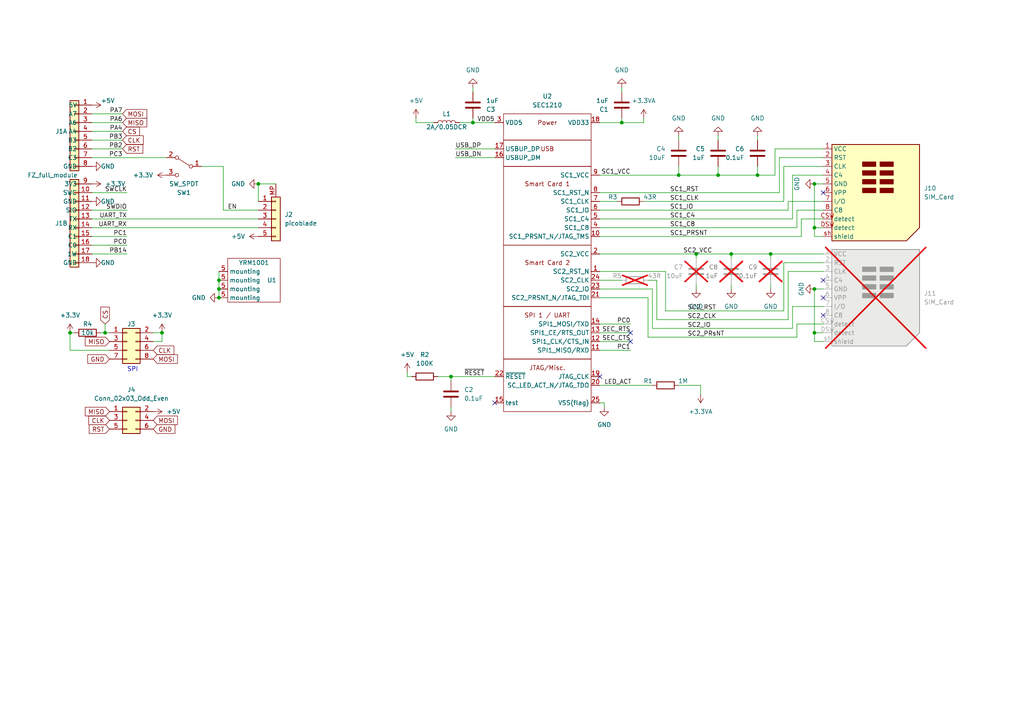
<source format=kicad_sch>
(kicad_sch (version 20230121) (generator eeschema)

  (uuid d8d0a45f-1f46-4ba4-9944-4b3c9d150d73)

  (paper "A4")

  (lib_symbols
    (symbol "Connector_Generic:Conn_01x05" (pin_names (offset 1.016) hide) (in_bom yes) (on_board yes)
      (property "Reference" "J2" (at 2.54 1.27 0)
        (effects (font (size 1.27 1.27)) (justify left))
      )
      (property "Value" "Conn_01x05" (at 2.54 -1.27 0)
        (effects (font (size 1.27 1.27)) (justify left))
      )
      (property "Footprint" "Connector_Molex:Molex_PicoBlade_53261-0571_1x05-1MP_P1.25mm_Horizontal" (at 0 0 0)
        (effects (font (size 1.27 1.27)) hide)
      )
      (property "Datasheet" "~" (at 0 0 0)
        (effects (font (size 1.27 1.27)) hide)
      )
      (property "ki_keywords" "connector" (at 0 0 0)
        (effects (font (size 1.27 1.27)) hide)
      )
      (property "ki_description" "Generic connector, single row, 01x05, script generated (kicad-library-utils/schlib/autogen/connector/)" (at 0 0 0)
        (effects (font (size 1.27 1.27)) hide)
      )
      (property "ki_fp_filters" "Connector*:*_1x??_*" (at 0 0 0)
        (effects (font (size 1.27 1.27)) hide)
      )
      (symbol "Conn_01x05_1_1"
        (rectangle (start -1.27 -4.953) (end 0 -5.207)
          (stroke (width 0.1524) (type default))
          (fill (type none))
        )
        (rectangle (start -1.27 -2.413) (end 0 -2.667)
          (stroke (width 0.1524) (type default))
          (fill (type none))
        )
        (rectangle (start -1.27 0.127) (end 0 -0.127)
          (stroke (width 0.1524) (type default))
          (fill (type none))
        )
        (rectangle (start -1.27 2.667) (end 0 2.413)
          (stroke (width 0.1524) (type default))
          (fill (type none))
        )
        (rectangle (start -1.27 5.207) (end 0 4.953)
          (stroke (width 0.1524) (type default))
          (fill (type none))
        )
        (rectangle (start -1.27 6.35) (end 1.27 -6.35)
          (stroke (width 0.254) (type default))
          (fill (type background))
        )
        (pin passive line (at -5.08 5.08 0) (length 3.81)
          (name "Pin_1" (effects (font (size 1.27 1.27))))
          (number "1" (effects (font (size 1.27 1.27))))
        )
        (pin passive line (at -5.08 2.54 0) (length 3.81)
          (name "Pin_2" (effects (font (size 1.27 1.27))))
          (number "2" (effects (font (size 1.27 1.27))))
        )
        (pin passive line (at -5.08 0 0) (length 3.81)
          (name "Pin_3" (effects (font (size 1.27 1.27))))
          (number "3" (effects (font (size 1.27 1.27))))
        )
        (pin passive line (at -5.08 -2.54 0) (length 3.81)
          (name "Pin_4" (effects (font (size 1.27 1.27))))
          (number "4" (effects (font (size 1.27 1.27))))
        )
        (pin passive line (at -5.08 -5.08 0) (length 3.81)
          (name "Pin_5" (effects (font (size 1.27 1.27))))
          (number "5" (effects (font (size 1.27 1.27))))
        )
        (pin input line (at 0 10.16 270) (length 3.81)
          (name "MP" (effects (font (size 1.27 1.27))))
          (number "MP" (effects (font (size 1.27 1.27))))
        )
      )
    )
    (symbol "Connector_Generic:Conn_02x03_Odd_Even" (pin_names (offset 1.016) hide) (in_bom yes) (on_board yes)
      (property "Reference" "J" (at 1.27 5.08 0)
        (effects (font (size 1.27 1.27)))
      )
      (property "Value" "Conn_02x03_Odd_Even" (at 1.27 -5.08 0)
        (effects (font (size 1.27 1.27)))
      )
      (property "Footprint" "" (at 0 0 0)
        (effects (font (size 1.27 1.27)) hide)
      )
      (property "Datasheet" "~" (at 0 0 0)
        (effects (font (size 1.27 1.27)) hide)
      )
      (property "ki_keywords" "connector" (at 0 0 0)
        (effects (font (size 1.27 1.27)) hide)
      )
      (property "ki_description" "Generic connector, double row, 02x03, odd/even pin numbering scheme (row 1 odd numbers, row 2 even numbers), script generated (kicad-library-utils/schlib/autogen/connector/)" (at 0 0 0)
        (effects (font (size 1.27 1.27)) hide)
      )
      (property "ki_fp_filters" "Connector*:*_2x??_*" (at 0 0 0)
        (effects (font (size 1.27 1.27)) hide)
      )
      (symbol "Conn_02x03_Odd_Even_1_1"
        (rectangle (start -1.27 -2.413) (end 0 -2.667)
          (stroke (width 0.1524) (type default))
          (fill (type none))
        )
        (rectangle (start -1.27 0.127) (end 0 -0.127)
          (stroke (width 0.1524) (type default))
          (fill (type none))
        )
        (rectangle (start -1.27 2.667) (end 0 2.413)
          (stroke (width 0.1524) (type default))
          (fill (type none))
        )
        (rectangle (start -1.27 3.81) (end 3.81 -3.81)
          (stroke (width 0.254) (type default))
          (fill (type background))
        )
        (rectangle (start 3.81 -2.413) (end 2.54 -2.667)
          (stroke (width 0.1524) (type default))
          (fill (type none))
        )
        (rectangle (start 3.81 0.127) (end 2.54 -0.127)
          (stroke (width 0.1524) (type default))
          (fill (type none))
        )
        (rectangle (start 3.81 2.667) (end 2.54 2.413)
          (stroke (width 0.1524) (type default))
          (fill (type none))
        )
        (pin passive line (at -5.08 2.54 0) (length 3.81)
          (name "Pin_1" (effects (font (size 1.27 1.27))))
          (number "1" (effects (font (size 1.27 1.27))))
        )
        (pin passive line (at 7.62 2.54 180) (length 3.81)
          (name "Pin_2" (effects (font (size 1.27 1.27))))
          (number "2" (effects (font (size 1.27 1.27))))
        )
        (pin passive line (at -5.08 0 0) (length 3.81)
          (name "Pin_3" (effects (font (size 1.27 1.27))))
          (number "3" (effects (font (size 1.27 1.27))))
        )
        (pin passive line (at 7.62 0 180) (length 3.81)
          (name "Pin_4" (effects (font (size 1.27 1.27))))
          (number "4" (effects (font (size 1.27 1.27))))
        )
        (pin passive line (at -5.08 -2.54 0) (length 3.81)
          (name "Pin_5" (effects (font (size 1.27 1.27))))
          (number "5" (effects (font (size 1.27 1.27))))
        )
        (pin passive line (at 7.62 -2.54 180) (length 3.81)
          (name "Pin_6" (effects (font (size 1.27 1.27))))
          (number "6" (effects (font (size 1.27 1.27))))
        )
      )
    )
    (symbol "Connector_Generic:Conn_02x04_Odd_Even" (pin_names (offset 1.016) hide) (in_bom yes) (on_board yes)
      (property "Reference" "J" (at 1.27 5.08 0)
        (effects (font (size 1.27 1.27)))
      )
      (property "Value" "Conn_02x04_Odd_Even" (at 1.27 -7.62 0)
        (effects (font (size 1.27 1.27)))
      )
      (property "Footprint" "" (at 0 0 0)
        (effects (font (size 1.27 1.27)) hide)
      )
      (property "Datasheet" "~" (at 0 0 0)
        (effects (font (size 1.27 1.27)) hide)
      )
      (property "ki_keywords" "connector" (at 0 0 0)
        (effects (font (size 1.27 1.27)) hide)
      )
      (property "ki_description" "Generic connector, double row, 02x04, odd/even pin numbering scheme (row 1 odd numbers, row 2 even numbers), script generated (kicad-library-utils/schlib/autogen/connector/)" (at 0 0 0)
        (effects (font (size 1.27 1.27)) hide)
      )
      (property "ki_fp_filters" "Connector*:*_2x??_*" (at 0 0 0)
        (effects (font (size 1.27 1.27)) hide)
      )
      (symbol "Conn_02x04_Odd_Even_1_1"
        (rectangle (start -1.27 -4.953) (end 0 -5.207)
          (stroke (width 0.1524) (type default))
          (fill (type none))
        )
        (rectangle (start -1.27 -2.413) (end 0 -2.667)
          (stroke (width 0.1524) (type default))
          (fill (type none))
        )
        (rectangle (start -1.27 0.127) (end 0 -0.127)
          (stroke (width 0.1524) (type default))
          (fill (type none))
        )
        (rectangle (start -1.27 2.667) (end 0 2.413)
          (stroke (width 0.1524) (type default))
          (fill (type none))
        )
        (rectangle (start -1.27 3.81) (end 3.81 -6.35)
          (stroke (width 0.254) (type default))
          (fill (type background))
        )
        (rectangle (start 3.81 -4.953) (end 2.54 -5.207)
          (stroke (width 0.1524) (type default))
          (fill (type none))
        )
        (rectangle (start 3.81 -2.413) (end 2.54 -2.667)
          (stroke (width 0.1524) (type default))
          (fill (type none))
        )
        (rectangle (start 3.81 0.127) (end 2.54 -0.127)
          (stroke (width 0.1524) (type default))
          (fill (type none))
        )
        (rectangle (start 3.81 2.667) (end 2.54 2.413)
          (stroke (width 0.1524) (type default))
          (fill (type none))
        )
        (pin passive line (at -5.08 2.54 0) (length 3.81)
          (name "Pin_1" (effects (font (size 1.27 1.27))))
          (number "1" (effects (font (size 1.27 1.27))))
        )
        (pin passive line (at 7.62 2.54 180) (length 3.81)
          (name "Pin_2" (effects (font (size 1.27 1.27))))
          (number "2" (effects (font (size 1.27 1.27))))
        )
        (pin passive line (at -5.08 0 0) (length 3.81)
          (name "Pin_3" (effects (font (size 1.27 1.27))))
          (number "3" (effects (font (size 1.27 1.27))))
        )
        (pin passive line (at 7.62 0 180) (length 3.81)
          (name "Pin_4" (effects (font (size 1.27 1.27))))
          (number "4" (effects (font (size 1.27 1.27))))
        )
        (pin passive line (at -5.08 -2.54 0) (length 3.81)
          (name "Pin_5" (effects (font (size 1.27 1.27))))
          (number "5" (effects (font (size 1.27 1.27))))
        )
        (pin passive line (at 7.62 -2.54 180) (length 3.81)
          (name "Pin_6" (effects (font (size 1.27 1.27))))
          (number "6" (effects (font (size 1.27 1.27))))
        )
        (pin passive line (at -5.08 -5.08 0) (length 3.81)
          (name "Pin_7" (effects (font (size 1.27 1.27))))
          (number "7" (effects (font (size 1.27 1.27))))
        )
        (pin passive line (at 7.62 -5.08 180) (length 3.81)
          (name "Pin_8" (effects (font (size 1.27 1.27))))
          (number "8" (effects (font (size 1.27 1.27))))
        )
      )
    )
    (symbol "Device:C" (pin_numbers hide) (pin_names (offset 0.254)) (in_bom yes) (on_board yes)
      (property "Reference" "C" (at 0.635 2.54 0)
        (effects (font (size 1.27 1.27)) (justify left))
      )
      (property "Value" "C" (at 0.635 -2.54 0)
        (effects (font (size 1.27 1.27)) (justify left))
      )
      (property "Footprint" "" (at 0.9652 -3.81 0)
        (effects (font (size 1.27 1.27)) hide)
      )
      (property "Datasheet" "~" (at 0 0 0)
        (effects (font (size 1.27 1.27)) hide)
      )
      (property "ki_keywords" "cap capacitor" (at 0 0 0)
        (effects (font (size 1.27 1.27)) hide)
      )
      (property "ki_description" "Unpolarized capacitor" (at 0 0 0)
        (effects (font (size 1.27 1.27)) hide)
      )
      (property "ki_fp_filters" "C_*" (at 0 0 0)
        (effects (font (size 1.27 1.27)) hide)
      )
      (symbol "C_0_1"
        (polyline
          (pts
            (xy -2.032 -0.762)
            (xy 2.032 -0.762)
          )
          (stroke (width 0.508) (type default))
          (fill (type none))
        )
        (polyline
          (pts
            (xy -2.032 0.762)
            (xy 2.032 0.762)
          )
          (stroke (width 0.508) (type default))
          (fill (type none))
        )
      )
      (symbol "C_1_1"
        (pin passive line (at 0 3.81 270) (length 2.794)
          (name "~" (effects (font (size 1.27 1.27))))
          (number "1" (effects (font (size 1.27 1.27))))
        )
        (pin passive line (at 0 -3.81 90) (length 2.794)
          (name "~" (effects (font (size 1.27 1.27))))
          (number "2" (effects (font (size 1.27 1.27))))
        )
      )
    )
    (symbol "Device:L" (pin_numbers hide) (pin_names (offset 1.016) hide) (in_bom yes) (on_board yes)
      (property "Reference" "L" (at -1.27 0 90)
        (effects (font (size 1.27 1.27)))
      )
      (property "Value" "L" (at 1.905 0 90)
        (effects (font (size 1.27 1.27)))
      )
      (property "Footprint" "" (at 0 0 0)
        (effects (font (size 1.27 1.27)) hide)
      )
      (property "Datasheet" "~" (at 0 0 0)
        (effects (font (size 1.27 1.27)) hide)
      )
      (property "ki_keywords" "inductor choke coil reactor magnetic" (at 0 0 0)
        (effects (font (size 1.27 1.27)) hide)
      )
      (property "ki_description" "Inductor" (at 0 0 0)
        (effects (font (size 1.27 1.27)) hide)
      )
      (property "ki_fp_filters" "Choke_* *Coil* Inductor_* L_*" (at 0 0 0)
        (effects (font (size 1.27 1.27)) hide)
      )
      (symbol "L_0_1"
        (arc (start 0 -2.54) (mid 0.6323 -1.905) (end 0 -1.27)
          (stroke (width 0) (type default))
          (fill (type none))
        )
        (arc (start 0 -1.27) (mid 0.6323 -0.635) (end 0 0)
          (stroke (width 0) (type default))
          (fill (type none))
        )
        (arc (start 0 0) (mid 0.6323 0.635) (end 0 1.27)
          (stroke (width 0) (type default))
          (fill (type none))
        )
        (arc (start 0 1.27) (mid 0.6323 1.905) (end 0 2.54)
          (stroke (width 0) (type default))
          (fill (type none))
        )
      )
      (symbol "L_1_1"
        (pin passive line (at 0 3.81 270) (length 1.27)
          (name "1" (effects (font (size 1.27 1.27))))
          (number "1" (effects (font (size 1.27 1.27))))
        )
        (pin passive line (at 0 -3.81 90) (length 1.27)
          (name "2" (effects (font (size 1.27 1.27))))
          (number "2" (effects (font (size 1.27 1.27))))
        )
      )
    )
    (symbol "Device:R" (pin_numbers hide) (pin_names (offset 0)) (in_bom yes) (on_board yes)
      (property "Reference" "R" (at 2.032 0 90)
        (effects (font (size 1.27 1.27)))
      )
      (property "Value" "R" (at 0 0 90)
        (effects (font (size 1.27 1.27)))
      )
      (property "Footprint" "" (at -1.778 0 90)
        (effects (font (size 1.27 1.27)) hide)
      )
      (property "Datasheet" "~" (at 0 0 0)
        (effects (font (size 1.27 1.27)) hide)
      )
      (property "ki_keywords" "R res resistor" (at 0 0 0)
        (effects (font (size 1.27 1.27)) hide)
      )
      (property "ki_description" "Resistor" (at 0 0 0)
        (effects (font (size 1.27 1.27)) hide)
      )
      (property "ki_fp_filters" "R_*" (at 0 0 0)
        (effects (font (size 1.27 1.27)) hide)
      )
      (symbol "R_0_1"
        (rectangle (start -1.016 -2.54) (end 1.016 2.54)
          (stroke (width 0.254) (type default))
          (fill (type none))
        )
      )
      (symbol "R_1_1"
        (pin passive line (at 0 3.81 270) (length 1.27)
          (name "~" (effects (font (size 1.27 1.27))))
          (number "1" (effects (font (size 1.27 1.27))))
        )
        (pin passive line (at 0 -3.81 90) (length 1.27)
          (name "~" (effects (font (size 1.27 1.27))))
          (number "2" (effects (font (size 1.27 1.27))))
        )
      )
    )
    (symbol "Flipper zero modules:FZ_full_module" (in_bom yes) (on_board yes)
      (property "Reference" "J1" (at -1.27 17.78 0)
        (effects (font (size 1.27 1.27)) (justify left))
      )
      (property "Value" "FZ_full_module" (at -6.35 15.24 0)
        (effects (font (size 1.27 1.27)) (justify left))
      )
      (property "Footprint" "Flipper modules:FZ full module" (at 0 20.32 0)
        (effects (font (size 1.27 1.27)) hide)
      )
      (property "Datasheet" "" (at 0 0 0)
        (effects (font (size 1.27 1.27)) hide)
      )
      (property "ki_locked" "" (at 0 0 0)
        (effects (font (size 1.27 1.27)))
      )
      (symbol "FZ_full_module_1_1"
        (rectangle (start -1.27 -10.033) (end 0 -10.287)
          (stroke (width 0.1524) (type default))
          (fill (type none))
        )
        (rectangle (start -1.27 -7.493) (end 0 -7.747)
          (stroke (width 0.1524) (type default))
          (fill (type none))
        )
        (rectangle (start -1.27 -4.953) (end 0 -5.207)
          (stroke (width 0.1524) (type default))
          (fill (type none))
        )
        (rectangle (start -1.27 -2.413) (end 0 -2.667)
          (stroke (width 0.1524) (type default))
          (fill (type none))
        )
        (rectangle (start -1.27 0.127) (end 0 -0.127)
          (stroke (width 0.1524) (type default))
          (fill (type none))
        )
        (rectangle (start -1.27 2.667) (end 0 2.413)
          (stroke (width 0.1524) (type default))
          (fill (type none))
        )
        (rectangle (start -1.27 5.207) (end 0 4.953)
          (stroke (width 0.1524) (type default))
          (fill (type none))
        )
        (rectangle (start -1.27 7.747) (end 0 7.493)
          (stroke (width 0.1524) (type default))
          (fill (type none))
        )
        (rectangle (start -1.27 8.89) (end 1.27 -11.43)
          (stroke (width 0.254) (type default))
          (fill (type background))
        )
        (pin power_out line (at -5.08 7.62 0) (length 3.81)
          (name "5V" (effects (font (size 1.27 1.27))))
          (number "1" (effects (font (size 1.27 1.27))))
        )
        (pin passive line (at -5.08 5.08 0) (length 3.81)
          (name "A7" (effects (font (size 1.27 1.27))))
          (number "2" (effects (font (size 1.27 1.27))))
        )
        (pin passive line (at -5.08 2.54 0) (length 3.81)
          (name "A6" (effects (font (size 1.27 1.27))))
          (number "3" (effects (font (size 1.27 1.27))))
        )
        (pin passive line (at -5.08 0 0) (length 3.81)
          (name "A4" (effects (font (size 1.27 1.27))))
          (number "4" (effects (font (size 1.27 1.27))))
        )
        (pin passive line (at -5.08 -2.54 0) (length 3.81)
          (name "B3" (effects (font (size 1.27 1.27))))
          (number "5" (effects (font (size 1.27 1.27))))
        )
        (pin passive line (at -5.08 -5.08 0) (length 3.81)
          (name "B2" (effects (font (size 1.27 1.27))))
          (number "6" (effects (font (size 1.27 1.27))))
        )
        (pin passive line (at -5.08 -7.62 0) (length 3.81)
          (name "C3" (effects (font (size 1.27 1.27))))
          (number "7" (effects (font (size 1.27 1.27))))
        )
        (pin power_in line (at -5.08 -10.16 0) (length 3.81)
          (name "GND" (effects (font (size 1.27 1.27))))
          (number "8" (effects (font (size 1.27 1.27))))
        )
      )
      (symbol "FZ_full_module_2_1"
        (rectangle (start -1.27 -11.303) (end 0 -11.557)
          (stroke (width 0.1524) (type default))
          (fill (type none))
        )
        (rectangle (start -1.27 -8.763) (end 0 -9.017)
          (stroke (width 0.1524) (type default))
          (fill (type none))
        )
        (rectangle (start -1.27 -6.223) (end 0 -6.477)
          (stroke (width 0.1524) (type default))
          (fill (type none))
        )
        (rectangle (start -1.27 -3.683) (end 0 -3.937)
          (stroke (width 0.1524) (type default))
          (fill (type none))
        )
        (rectangle (start -1.27 -1.143) (end 0 -1.397)
          (stroke (width 0.1524) (type default))
          (fill (type none))
        )
        (rectangle (start -1.27 1.397) (end 0 1.143)
          (stroke (width 0.1524) (type default))
          (fill (type none))
        )
        (rectangle (start -1.27 3.937) (end 0 3.683)
          (stroke (width 0.1524) (type default))
          (fill (type none))
        )
        (rectangle (start -1.27 6.477) (end 0 6.223)
          (stroke (width 0.1524) (type default))
          (fill (type none))
        )
        (rectangle (start -1.27 9.017) (end 0 8.763)
          (stroke (width 0.1524) (type default))
          (fill (type none))
        )
        (rectangle (start -1.27 11.557) (end 0 11.303)
          (stroke (width 0.1524) (type default))
          (fill (type none))
        )
        (rectangle (start -1.27 12.7) (end 1.27 -12.7)
          (stroke (width 0.254) (type default))
          (fill (type background))
        )
        (pin passive line (at -5.08 8.89 0) (length 3.81)
          (name "SWC" (effects (font (size 1.27 1.27))))
          (number "10" (effects (font (size 1.27 1.27))))
        )
        (pin passive line (at -5.08 6.35 0) (length 3.81)
          (name "GND" (effects (font (size 1.27 1.27))))
          (number "11" (effects (font (size 1.27 1.27))))
        )
        (pin passive line (at -5.08 3.81 0) (length 3.81)
          (name "SIO" (effects (font (size 1.27 1.27))))
          (number "12" (effects (font (size 1.27 1.27))))
        )
        (pin passive line (at -5.08 1.27 0) (length 3.81)
          (name "TX" (effects (font (size 1.27 1.27))))
          (number "13" (effects (font (size 1.27 1.27))))
        )
        (pin passive line (at -5.08 -1.27 0) (length 3.81)
          (name "RX" (effects (font (size 1.27 1.27))))
          (number "14" (effects (font (size 1.27 1.27))))
        )
        (pin passive line (at -5.08 -3.81 0) (length 3.81)
          (name "C1" (effects (font (size 1.27 1.27))))
          (number "15" (effects (font (size 1.27 1.27))))
        )
        (pin passive line (at -5.08 -6.35 0) (length 3.81)
          (name "C0" (effects (font (size 1.27 1.27))))
          (number "16" (effects (font (size 1.27 1.27))))
        )
        (pin passive line (at -5.08 -8.89 0) (length 3.81)
          (name "1W" (effects (font (size 1.27 1.27))))
          (number "17" (effects (font (size 1.27 1.27))))
        )
        (pin passive line (at -5.08 -11.43 0) (length 3.81)
          (name "GND" (effects (font (size 1.27 1.27))))
          (number "18" (effects (font (size 1.27 1.27))))
        )
        (pin power_out line (at -5.08 11.43 0) (length 3.81)
          (name "3V3" (effects (font (size 1.27 1.27))))
          (number "9" (effects (font (size 1.27 1.27))))
        )
      )
    )
    (symbol "RFID_NFC_symbols:UHF_RFID_35x35_YRM1001_module_no_header" (in_bom yes) (on_board yes)
      (property "Reference" "U" (at 13.97 0 0)
        (effects (font (size 1.27 1.27)))
      )
      (property "Value" "UHF_RFID_35x35_YRM1001_module_no_header" (at 8.89 3.81 0)
        (effects (font (size 1.27 1.27)))
      )
      (property "Footprint" "" (at 0 0 0)
        (effects (font (size 1.27 1.27)) hide)
      )
      (property "Datasheet" "" (at 0 0 0)
        (effects (font (size 1.27 1.27)) hide)
      )
      (property "ki_locked" "" (at 0 0 0)
        (effects (font (size 1.27 1.27)))
      )
      (symbol "UHF_RFID_35x35_YRM1001_module_no_header_1_1"
        (rectangle (start 0 1.27) (end 15.24 -11.43)
          (stroke (width 0) (type default))
          (fill (type none))
        )
        (pin input line (at -2.54 0 0) (length 2.54) hide
          (name "VCC" (effects (font (size 1.27 1.27))))
          (number "1" (effects (font (size 1.27 1.27))))
        )
        (pin input line (at -2.54 -2.54 0) (length 2.54) hide
          (name "status/to_NUC_ICE-DAT" (effects (font (size 0.6 0.6))))
          (number "2" (effects (font (size 1.27 1.27))))
        )
        (pin input line (at -2.54 -5.08 0) (length 2.54) hide
          (name "to_NUC_ICE-CLK" (effects (font (size 0.6 0.6))))
          (number "3" (effects (font (size 1.27 1.27))))
        )
        (pin input line (at -2.54 -7.62 0) (length 2.54) hide
          (name "to_NUC_nRST" (effects (font (size 0.6 0.6))))
          (number "4" (effects (font (size 1.27 1.27))))
        )
        (pin input line (at -2.54 -10.16 0) (length 2.54) hide
          (name "GND" (effects (font (size 1.27 1.27))))
          (number "5" (effects (font (size 1.27 1.27))))
        )
        (pin input line (at -2.54 -10.16 0) (length 2.54)
          (name "mounting" (effects (font (size 1.27 1.27))))
          (number "5" (effects (font (size 1.27 1.27))))
        )
        (pin input line (at -2.54 -7.62 0) (length 2.54)
          (name "mounting" (effects (font (size 1.27 1.27))))
          (number "5" (effects (font (size 1.27 1.27))))
        )
        (pin input line (at -2.54 -5.08 0) (length 2.54)
          (name "mounting" (effects (font (size 1.27 1.27))))
          (number "5" (effects (font (size 1.27 1.27))))
        )
        (pin input line (at -2.54 -2.54 0) (length 2.54)
          (name "mounting" (effects (font (size 1.27 1.27))))
          (number "5" (effects (font (size 1.27 1.27))))
        )
      )
    )
    (symbol "SIM_Card_1" (in_bom yes) (on_board yes)
      (property "Reference" "J" (at -2.54 12.7 0)
        (effects (font (size 1.27 1.27)) (justify right))
      )
      (property "Value" "SIM_Card_1" (at -1.27 10.16 0)
        (effects (font (size 1.27 1.27)) (justify right))
      )
      (property "Footprint" "nard_sam:115c-bc00 sim simcard card connector" (at 24.13 12.7 0)
        (effects (font (size 1.27 1.27)) hide)
      )
      (property "Datasheet" "https://www.attend.com.tw/data/download/file/115J-BCO0.pdf" (at 30.48 10.16 0)
        (effects (font (size 1.27 1.27)) hide)
      )
      (property "ki_keywords" "SIM card UICC" (at 0 0 0)
        (effects (font (size 1.27 1.27)) hide)
      )
      (property "ki_description" "SIM Card" (at 0 0 0)
        (effects (font (size 1.27 1.27)) hide)
      )
      (property "ki_fp_filters" "*SIM*Card*Holder*" (at 0 0 0)
        (effects (font (size 1.27 1.27)) hide)
      )
      (symbol "SIM_Card_1_0_1"
        (rectangle (start -1.27 -3.81) (end 2.54 -5.08)
          (stroke (width 0.254) (type default))
          (fill (type outline))
        )
        (rectangle (start -1.27 -2.54) (end 2.54 -1.27)
          (stroke (width 0.254) (type default))
          (fill (type outline))
        )
        (rectangle (start -1.27 0) (end 2.54 1.27)
          (stroke (width 0.254) (type default))
          (fill (type outline))
        )
        (rectangle (start -1.27 2.54) (end 2.54 3.81)
          (stroke (width 0.254) (type default))
          (fill (type outline))
        )
        (polyline
          (pts
            (xy -10.16 8.89)
            (xy 15.24 8.89)
            (xy 15.24 -15.24)
            (xy 11.43 -19.05)
            (xy -10.16 -19.05)
            (xy -10.16 8.89)
          )
          (stroke (width 0.254) (type default))
          (fill (type background))
        )
        (rectangle (start 3.81 -3.81) (end 7.62 -5.08)
          (stroke (width 0.254) (type default))
          (fill (type outline))
        )
        (rectangle (start 3.81 -1.27) (end 7.62 -2.54)
          (stroke (width 0.254) (type default))
          (fill (type outline))
        )
        (rectangle (start 3.81 0) (end 7.62 1.27)
          (stroke (width 0.254) (type default))
          (fill (type outline))
        )
        (rectangle (start 3.81 2.54) (end 7.62 3.81)
          (stroke (width 0.254) (type default))
          (fill (type outline))
        )
      )
      (symbol "SIM_Card_1_1_1"
        (pin power_in line (at -12.7 7.62 0) (length 2.54)
          (name "VCC" (effects (font (size 1.27 1.27))))
          (number "1" (effects (font (size 1.27 1.27))))
        )
        (pin input line (at -12.7 5.08 0) (length 2.54)
          (name "RST" (effects (font (size 1.27 1.27))))
          (number "2" (effects (font (size 1.27 1.27))))
        )
        (pin input line (at -12.7 2.54 0) (length 2.54)
          (name "CLK" (effects (font (size 1.27 1.27))))
          (number "3" (effects (font (size 1.27 1.27))))
        )
        (pin bidirectional line (at -12.7 0 0) (length 2.54)
          (name "C4" (effects (font (size 1.27 1.27))))
          (number "4" (effects (font (size 1.27 1.27))))
        )
        (pin power_in line (at -12.7 -2.54 0) (length 2.54)
          (name "GND" (effects (font (size 1.27 1.27))))
          (number "5" (effects (font (size 1.27 1.27))))
        )
        (pin input line (at -12.7 -5.08 0) (length 2.54)
          (name "VPP" (effects (font (size 1.27 1.27))))
          (number "6" (effects (font (size 1.27 1.27))))
        )
        (pin bidirectional line (at -12.7 -7.62 0) (length 2.54)
          (name "I/O" (effects (font (size 1.27 1.27))))
          (number "7" (effects (font (size 1.27 1.27))))
        )
        (pin bidirectional line (at -12.7 -10.16 0) (length 2.54)
          (name "C8" (effects (font (size 1.27 1.27))))
          (number "8" (effects (font (size 1.27 1.27))))
        )
        (pin passive line (at -12.7 -12.7 0) (length 2.54)
          (name "detect" (effects (font (size 1.27 1.27))))
          (number "CSW" (effects (font (size 1.27 1.27))))
        )
        (pin passive line (at -12.7 -15.24 0) (length 2.54)
          (name "detect" (effects (font (size 1.27 1.27))))
          (number "DSW" (effects (font (size 1.27 1.27))))
        )
        (pin passive line (at -12.7 -17.78 0) (length 2.54)
          (name "shield" (effects (font (size 1.27 1.27))))
          (number "sh" (effects (font (size 1.27 1.27))))
        )
      )
    )
    (symbol "SW_SPDT_1" (pin_names (offset 0) hide) (in_bom yes) (on_board yes)
      (property "Reference" "SW1" (at -1.27 3.81 90)
        (effects (font (size 1.27 1.27)) (justify left))
      )
      (property "Value" "SW_SPDT" (at 1.27 3.81 90)
        (effects (font (size 1.27 1.27)) (justify left))
      )
      (property "Footprint" "Custom footprints:1K2 09.03201.02 SECME" (at -1.27 5.08 0)
        (effects (font (size 1.27 1.27)) hide)
      )
      (property "Datasheet" "~" (at 0 0 0)
        (effects (font (size 1.27 1.27)) hide)
      )
      (property "ki_keywords" "switch single-pole double-throw spdt ON-ON" (at 0 0 0)
        (effects (font (size 1.27 1.27)) hide)
      )
      (property "ki_description" "Switch, single pole double throw" (at 0 0 0)
        (effects (font (size 1.27 1.27)) hide)
      )
      (symbol "SW_SPDT_1_0_0"
        (circle (center -2.032 0) (radius 0.508)
          (stroke (width 0) (type default))
          (fill (type none))
        )
        (circle (center 2.032 -2.54) (radius 0.508)
          (stroke (width 0) (type default))
          (fill (type none))
        )
      )
      (symbol "SW_SPDT_1_0_1"
        (polyline
          (pts
            (xy -1.524 0.254)
            (xy 1.651 2.286)
          )
          (stroke (width 0) (type default))
          (fill (type none))
        )
        (circle (center 2.032 2.54) (radius 0.508)
          (stroke (width 0) (type default))
          (fill (type none))
        )
      )
      (symbol "SW_SPDT_1_1_1"
        (pin passive line (at -5.08 0 0) (length 2.54)
          (name "A" (effects (font (size 1.27 1.27))))
          (number "1" (effects (font (size 1.27 1.27))))
        )
        (pin passive line (at 5.08 2.54 180) (length 2.54)
          (name "B" (effects (font (size 1.27 1.27))))
          (number "2" (effects (font (size 1.27 1.27))))
        )
        (pin passive line (at 5.08 -2.54 180) (length 2.54)
          (name "C" (effects (font (size 1.27 1.27))))
          (number "3" (effects (font (size 1.27 1.27))))
        )
      )
    )
    (symbol "nard_sam:SEC1210" (in_bom yes) (on_board yes)
      (property "Reference" "U" (at 0 1.27 0)
        (effects (font (size 1.27 1.27)))
      )
      (property "Value" "SEC1210" (at 0 -5.08 0)
        (effects (font (size 1.27 1.27)))
      )
      (property "Footprint" "Package_DFN_QFN:QFN-24-1EP_5x5mm_P0.65mm_EP3.2x3.2mm" (at 1.27 1.27 0)
        (effects (font (size 1.27 1.27)) hide)
      )
      (property "Datasheet" "https://ww1.microchip.com/downloads/aemDocuments/documents/OTH/ProductDocuments/DataSheets/00001561E.pdf" (at 1.27 1.27 0)
        (effects (font (size 1.27 1.27)) hide)
      )
      (symbol "SEC1210_0_0"
        (rectangle (start -12.7 -71.12) (end 12.7 -86.36)
          (stroke (width 0) (type default))
          (fill (type none))
        )
        (rectangle (start -12.7 -55.88) (end 12.7 -71.12)
          (stroke (width 0) (type default))
          (fill (type none))
        )
        (rectangle (start -12.7 -38.1) (end 12.7 -55.88)
          (stroke (width 0) (type default))
          (fill (type none))
        )
        (rectangle (start -12.7 -15.24) (end 12.7 -38.1)
          (stroke (width 0) (type default))
          (fill (type none))
        )
        (rectangle (start -12.7 -7.62) (end 12.7 -15.24)
          (stroke (width 0) (type default))
          (fill (type none))
        )
        (rectangle (start -12.7 0) (end 12.7 -7.62)
          (stroke (width 0) (type default))
          (fill (type none))
        )
        (text "JTAG/Misc." (at 0 -73.66 0)
          (effects (font (size 1.27 1.27)))
        )
        (text "Power" (at 0 -2.54 0)
          (effects (font (size 1.27 1.27)))
        )
        (text "Smart Card 1" (at 0 -20.32 0)
          (effects (font (size 1.27 1.27)))
        )
        (text "Smart Card 2" (at 0 -43.18 0)
          (effects (font (size 1.27 1.27)))
        )
        (text "SPI 1 / UART" (at 0 -58.42 0)
          (effects (font (size 1.27 1.27)))
        )
        (text "USB" (at 0 -10.16 0)
          (effects (font (size 1.27 1.27)))
        )
      )
      (symbol "SEC1210_1_1"
        (pin passive line (at 15.24 -45.72 180) (length 2.54)
          (name "SC2_RST_N" (effects (font (size 1.27 1.27))))
          (number "1" (effects (font (size 1.27 1.27))))
        )
        (pin passive line (at 15.24 -35.56 180) (length 2.54)
          (name "SC1_PRSNT_N/JTAG_TMS" (effects (font (size 1.27 1.27))))
          (number "10" (effects (font (size 1.27 1.27))))
        )
        (pin passive line (at 15.24 -68.58 180) (length 2.54)
          (name "SPI1_MISO/RXD" (effects (font (size 1.27 1.27))))
          (number "11" (effects (font (size 1.27 1.27))))
        )
        (pin passive line (at 15.24 -66.04 180) (length 2.54)
          (name "SPI1_CLK/CTS_IN" (effects (font (size 1.27 1.27))))
          (number "12" (effects (font (size 1.27 1.27))))
        )
        (pin passive line (at 15.24 -63.5 180) (length 2.54)
          (name "SPI1_CE/RTS_OUT" (effects (font (size 1.27 1.27))))
          (number "13" (effects (font (size 1.27 1.27))))
        )
        (pin passive line (at 15.24 -60.96 180) (length 2.54)
          (name "SPI1_MOSI/TXD" (effects (font (size 1.27 1.27))))
          (number "14" (effects (font (size 1.27 1.27))))
        )
        (pin input line (at -15.24 -83.82 0) (length 2.54)
          (name "test" (effects (font (size 1.27 1.27))))
          (number "15" (effects (font (size 1.27 1.27))))
        )
        (pin passive line (at -15.24 -12.7 0) (length 2.54)
          (name "USBUP_DM" (effects (font (size 1.27 1.27))))
          (number "16" (effects (font (size 1.27 1.27))))
        )
        (pin passive line (at -15.24 -10.16 0) (length 2.54)
          (name "USBUP_DP" (effects (font (size 1.27 1.27))))
          (number "17" (effects (font (size 1.27 1.27))))
        )
        (pin power_in line (at 15.24 -2.54 180) (length 2.54)
          (name "VDD33" (effects (font (size 1.27 1.27))))
          (number "18" (effects (font (size 1.27 1.27))))
        )
        (pin passive line (at 15.24 -76.2 180) (length 2.54)
          (name "JTAG_CLK" (effects (font (size 1.27 1.27))))
          (number "19" (effects (font (size 1.27 1.27))))
        )
        (pin power_out line (at 15.24 -40.64 180) (length 2.54)
          (name "SC2_VCC" (effects (font (size 1.27 1.27))))
          (number "2" (effects (font (size 1.27 1.27))))
        )
        (pin passive line (at 15.24 -78.74 180) (length 2.54)
          (name "SC_LED_ACT_N/JTAG_TDO" (effects (font (size 1.27 1.27))))
          (number "20" (effects (font (size 1.27 1.27))))
        )
        (pin passive line (at 15.24 -53.34 180) (length 2.54)
          (name "SC2_PRSNT_N/JTAG_TDI" (effects (font (size 1.27 1.27))))
          (number "21" (effects (font (size 1.27 1.27))))
        )
        (pin passive line (at -15.24 -76.2 0) (length 2.54)
          (name "~{RESET}" (effects (font (size 1.27 1.27))))
          (number "22" (effects (font (size 1.27 1.27))))
        )
        (pin passive line (at 15.24 -50.8 180) (length 2.54)
          (name "SC2_IO" (effects (font (size 1.27 1.27))))
          (number "23" (effects (font (size 1.27 1.27))))
        )
        (pin passive line (at 15.24 -48.26 180) (length 2.54)
          (name "SC2_CLK" (effects (font (size 1.27 1.27))))
          (number "24" (effects (font (size 1.27 1.27))))
        )
        (pin power_in line (at 15.24 -83.82 180) (length 2.54)
          (name "VSS(flag)" (effects (font (size 1.27 1.27))))
          (number "25" (effects (font (size 1.27 1.27))))
        )
        (pin power_in line (at -15.24 -2.54 0) (length 2.54)
          (name "VDD5" (effects (font (size 1.27 1.27))))
          (number "3" (effects (font (size 1.27 1.27))))
        )
        (pin passive line (at 15.24 -33.02 180) (length 2.54)
          (name "SC1_C8" (effects (font (size 1.27 1.27))))
          (number "4" (effects (font (size 1.27 1.27))))
        )
        (pin passive line (at 15.24 -30.48 180) (length 2.54)
          (name "SC1_C4" (effects (font (size 1.27 1.27))))
          (number "5" (effects (font (size 1.27 1.27))))
        )
        (pin passive line (at 15.24 -27.94 180) (length 2.54)
          (name "SC1_IO" (effects (font (size 1.27 1.27))))
          (number "6" (effects (font (size 1.27 1.27))))
        )
        (pin passive line (at 15.24 -25.4 180) (length 2.54)
          (name "SC1_CLK" (effects (font (size 1.27 1.27))))
          (number "7" (effects (font (size 1.27 1.27))))
        )
        (pin passive line (at 15.24 -22.86 180) (length 2.54)
          (name "SC1_RST_N" (effects (font (size 1.27 1.27))))
          (number "8" (effects (font (size 1.27 1.27))))
        )
        (pin power_out line (at 15.24 -17.78 180) (length 2.54)
          (name "SC1_VCC" (effects (font (size 1.27 1.27))))
          (number "9" (effects (font (size 1.27 1.27))))
        )
      )
    )
    (symbol "power:+3.3V" (power) (pin_names (offset 0)) (in_bom yes) (on_board yes)
      (property "Reference" "#PWR" (at 0 -3.81 0)
        (effects (font (size 1.27 1.27)) hide)
      )
      (property "Value" "+3.3V" (at 0 3.556 0)
        (effects (font (size 1.27 1.27)))
      )
      (property "Footprint" "" (at 0 0 0)
        (effects (font (size 1.27 1.27)) hide)
      )
      (property "Datasheet" "" (at 0 0 0)
        (effects (font (size 1.27 1.27)) hide)
      )
      (property "ki_keywords" "global power" (at 0 0 0)
        (effects (font (size 1.27 1.27)) hide)
      )
      (property "ki_description" "Power symbol creates a global label with name \"+3.3V\"" (at 0 0 0)
        (effects (font (size 1.27 1.27)) hide)
      )
      (symbol "+3.3V_0_1"
        (polyline
          (pts
            (xy -0.762 1.27)
            (xy 0 2.54)
          )
          (stroke (width 0) (type default))
          (fill (type none))
        )
        (polyline
          (pts
            (xy 0 0)
            (xy 0 2.54)
          )
          (stroke (width 0) (type default))
          (fill (type none))
        )
        (polyline
          (pts
            (xy 0 2.54)
            (xy 0.762 1.27)
          )
          (stroke (width 0) (type default))
          (fill (type none))
        )
      )
      (symbol "+3.3V_1_1"
        (pin power_in line (at 0 0 90) (length 0) hide
          (name "+3.3V" (effects (font (size 1.27 1.27))))
          (number "1" (effects (font (size 1.27 1.27))))
        )
      )
    )
    (symbol "power:+3.3VA" (power) (pin_names (offset 0)) (in_bom yes) (on_board yes)
      (property "Reference" "#PWR" (at 0 -3.81 0)
        (effects (font (size 1.27 1.27)) hide)
      )
      (property "Value" "+3.3VA" (at 0 3.556 0)
        (effects (font (size 1.27 1.27)))
      )
      (property "Footprint" "" (at 0 0 0)
        (effects (font (size 1.27 1.27)) hide)
      )
      (property "Datasheet" "" (at 0 0 0)
        (effects (font (size 1.27 1.27)) hide)
      )
      (property "ki_keywords" "power-flag" (at 0 0 0)
        (effects (font (size 1.27 1.27)) hide)
      )
      (property "ki_description" "Power symbol creates a global label with name \"+3.3VA\"" (at 0 0 0)
        (effects (font (size 1.27 1.27)) hide)
      )
      (symbol "+3.3VA_0_1"
        (polyline
          (pts
            (xy -0.762 1.27)
            (xy 0 2.54)
          )
          (stroke (width 0) (type default))
          (fill (type none))
        )
        (polyline
          (pts
            (xy 0 0)
            (xy 0 2.54)
          )
          (stroke (width 0) (type default))
          (fill (type none))
        )
        (polyline
          (pts
            (xy 0 2.54)
            (xy 0.762 1.27)
          )
          (stroke (width 0) (type default))
          (fill (type none))
        )
      )
      (symbol "+3.3VA_1_1"
        (pin power_in line (at 0 0 90) (length 0) hide
          (name "+3.3VA" (effects (font (size 1.27 1.27))))
          (number "1" (effects (font (size 1.27 1.27))))
        )
      )
    )
    (symbol "power:+5V" (power) (pin_names (offset 0)) (in_bom yes) (on_board yes)
      (property "Reference" "#PWR" (at 0 -3.81 0)
        (effects (font (size 1.27 1.27)) hide)
      )
      (property "Value" "+5V" (at 0 3.556 0)
        (effects (font (size 1.27 1.27)))
      )
      (property "Footprint" "" (at 0 0 0)
        (effects (font (size 1.27 1.27)) hide)
      )
      (property "Datasheet" "" (at 0 0 0)
        (effects (font (size 1.27 1.27)) hide)
      )
      (property "ki_keywords" "global power" (at 0 0 0)
        (effects (font (size 1.27 1.27)) hide)
      )
      (property "ki_description" "Power symbol creates a global label with name \"+5V\"" (at 0 0 0)
        (effects (font (size 1.27 1.27)) hide)
      )
      (symbol "+5V_0_1"
        (polyline
          (pts
            (xy -0.762 1.27)
            (xy 0 2.54)
          )
          (stroke (width 0) (type default))
          (fill (type none))
        )
        (polyline
          (pts
            (xy 0 0)
            (xy 0 2.54)
          )
          (stroke (width 0) (type default))
          (fill (type none))
        )
        (polyline
          (pts
            (xy 0 2.54)
            (xy 0.762 1.27)
          )
          (stroke (width 0) (type default))
          (fill (type none))
        )
      )
      (symbol "+5V_1_1"
        (pin power_in line (at 0 0 90) (length 0) hide
          (name "+5V" (effects (font (size 1.27 1.27))))
          (number "1" (effects (font (size 1.27 1.27))))
        )
      )
    )
    (symbol "power:GND" (power) (pin_names (offset 0)) (in_bom yes) (on_board yes)
      (property "Reference" "#PWR" (at 0 -6.35 0)
        (effects (font (size 1.27 1.27)) hide)
      )
      (property "Value" "GND" (at 0 -3.81 0)
        (effects (font (size 1.27 1.27)))
      )
      (property "Footprint" "" (at 0 0 0)
        (effects (font (size 1.27 1.27)) hide)
      )
      (property "Datasheet" "" (at 0 0 0)
        (effects (font (size 1.27 1.27)) hide)
      )
      (property "ki_keywords" "global power" (at 0 0 0)
        (effects (font (size 1.27 1.27)) hide)
      )
      (property "ki_description" "Power symbol creates a global label with name \"GND\" , ground" (at 0 0 0)
        (effects (font (size 1.27 1.27)) hide)
      )
      (symbol "GND_0_1"
        (polyline
          (pts
            (xy 0 0)
            (xy 0 -1.27)
            (xy 1.27 -1.27)
            (xy 0 -2.54)
            (xy -1.27 -1.27)
            (xy 0 -1.27)
          )
          (stroke (width 0) (type default))
          (fill (type none))
        )
      )
      (symbol "GND_1_1"
        (pin power_in line (at 0 0 270) (length 0) hide
          (name "GND" (effects (font (size 1.27 1.27))))
          (number "1" (effects (font (size 1.27 1.27))))
        )
      )
    )
  )

  (junction (at 236.22 96.52) (diameter 0) (color 0 0 0 0)
    (uuid 08cf15b3-156d-40bc-ad4d-9bc391343423)
  )
  (junction (at 130.81 109.22) (diameter 0) (color 0 0 0 0)
    (uuid 0bb2acf8-a274-4f6a-8e1d-657749024d50)
  )
  (junction (at 63.5 86.36) (diameter 0) (color 0 0 0 0)
    (uuid 1d3149bf-18d1-4568-9579-423284cb7a3f)
  )
  (junction (at 20.32 96.52) (diameter 0) (color 0 0 0 0)
    (uuid 372938c1-bdc1-4d4d-b8c8-38d6a0184cf0)
  )
  (junction (at 236.22 66.04) (diameter 0) (color 0 0 0 0)
    (uuid 40abb4fb-841b-4f30-8003-62a686f3df78)
  )
  (junction (at 180.34 35.56) (diameter 0) (color 0 0 0 0)
    (uuid 5325d164-1afb-4a05-b9f8-533c49c6b764)
  )
  (junction (at 63.5 83.82) (diameter 0) (color 0 0 0 0)
    (uuid 5ade766e-35ff-41ee-a993-d35aff2adf9c)
  )
  (junction (at 201.93 73.66) (diameter 0) (color 0 0 0 0)
    (uuid 68e5610f-d7b4-4897-87e5-0850f7fc37fa)
  )
  (junction (at 46.99 96.52) (diameter 0) (color 0 0 0 0)
    (uuid 7eba04f1-0301-4f69-b64b-201088337af0)
  )
  (junction (at 212.09 73.66) (diameter 0) (color 0 0 0 0)
    (uuid 9e660421-8c4e-4251-bd9e-1df9e2208dea)
  )
  (junction (at 196.85 50.8) (diameter 0) (color 0 0 0 0)
    (uuid a9e2937f-5e77-4bb5-9192-332110150d0f)
  )
  (junction (at 137.16 35.56) (diameter 0) (color 0 0 0 0)
    (uuid ac7b4650-0d64-4413-91ac-abbb460f2a26)
  )
  (junction (at 236.22 53.34) (diameter 0) (color 0 0 0 0)
    (uuid ad086afd-5951-4ee9-800b-af4cb72beaa5)
  )
  (junction (at 236.22 83.82) (diameter 0) (color 0 0 0 0)
    (uuid bf495477-6128-4c37-964b-8ae825ad60ad)
  )
  (junction (at 208.28 50.8) (diameter 0) (color 0 0 0 0)
    (uuid c8f039b7-67a9-43bf-b56e-d05ac2386d20)
  )
  (junction (at 30.48 96.52) (diameter 0) (color 0 0 0 0)
    (uuid d3ba1722-42b0-4505-af6b-e62cdf3bedd4)
  )
  (junction (at 74.93 53.34) (diameter 0) (color 0 0 0 0)
    (uuid d7ec2ebb-9cbf-426c-a4c4-82b7881bcaee)
  )
  (junction (at 219.71 50.8) (diameter 0) (color 0 0 0 0)
    (uuid e1221bcc-7935-41f8-82fa-ac1eaca17ddb)
  )
  (junction (at 223.52 73.66) (diameter 0) (color 0 0 0 0)
    (uuid e1dc22e0-0b60-4c40-b57b-a818afca7b05)
  )
  (junction (at 63.5 81.28) (diameter 0) (color 0 0 0 0)
    (uuid e364f114-8e3f-40db-8aaa-151d8d43c7d3)
  )

  (no_connect (at 238.76 81.28) (uuid 081403b4-f6dc-4541-a68d-c10ba9f63559))
  (no_connect (at 182.88 96.52) (uuid 17ccd268-1293-486b-8429-a15abcff478e))
  (no_connect (at 238.76 86.36) (uuid 5fd563a6-cced-4d0b-be65-9911fad82048))
  (no_connect (at 182.88 99.06) (uuid 77be4cda-0691-423a-bfbe-2d85bf83e8c3))
  (no_connect (at 173.99 109.22) (uuid 89bf3d71-4b9a-4f1b-bdbf-a9690f6e133b))
  (no_connect (at 143.51 116.84) (uuid 952e9170-f468-448d-9d22-49b0b4d506a0))
  (no_connect (at 238.76 55.88) (uuid dadc0f1f-e047-40b0-88cd-3c84cccca000))
  (no_connect (at 238.76 91.44) (uuid e9e4ae7b-0514-4908-af7b-b7cde0d787b2))

  (wire (pts (xy 137.16 35.56) (xy 143.51 35.56))
    (stroke (width 0) (type default))
    (uuid 0168ede7-31ea-4ca4-99c5-fb01f9b05de7)
  )
  (wire (pts (xy 196.85 40.64) (xy 196.85 39.37))
    (stroke (width 0) (type default))
    (uuid 01952497-bf99-44ad-99c3-42ef1d3a6589)
  )
  (wire (pts (xy 219.71 48.26) (xy 219.71 50.8))
    (stroke (width 0) (type default))
    (uuid 04ba3a48-9143-4b70-8f2e-bbe904ff5098)
  )
  (wire (pts (xy 127 109.22) (xy 130.81 109.22))
    (stroke (width 0) (type default))
    (uuid 05204e9d-3500-459e-bc99-9920c108db98)
  )
  (wire (pts (xy 228.6 58.42) (xy 238.76 58.42))
    (stroke (width 0) (type default))
    (uuid 0bf153b2-c375-4438-92cd-0d0b26eca60f)
  )
  (wire (pts (xy 228.6 78.74) (xy 238.76 78.74))
    (stroke (width 0) (type default))
    (uuid 0e2c3fe7-10bf-42dc-8f98-541f8416244c)
  )
  (wire (pts (xy 201.93 73.66) (xy 201.93 74.93))
    (stroke (width 0) (type default))
    (uuid 10868f51-8884-4a8f-b23f-24aa73cae336)
  )
  (wire (pts (xy 187.96 86.36) (xy 187.96 97.79))
    (stroke (width 0) (type default))
    (uuid 156134a4-d07e-4ee1-a358-69196bc284b0)
  )
  (wire (pts (xy 137.16 34.29) (xy 137.16 35.56))
    (stroke (width 0) (type default))
    (uuid 1599d296-1e6a-4d3e-9d08-ef2650a56e35)
  )
  (wire (pts (xy 173.99 93.98) (xy 182.88 93.98))
    (stroke (width 0) (type default))
    (uuid 15fc40c0-0e74-4daa-83cf-362bf2fa204d)
  )
  (wire (pts (xy 173.99 86.36) (xy 187.96 86.36))
    (stroke (width 0) (type default))
    (uuid 18138680-53f4-4917-8d0a-ed3e8f026a8f)
  )
  (wire (pts (xy 173.99 66.04) (xy 231.14 66.04))
    (stroke (width 0) (type default))
    (uuid 1888c7f5-4b57-4ead-81b7-fe418266074d)
  )
  (wire (pts (xy 26.67 45.72) (xy 48.26 45.72))
    (stroke (width 0) (type default))
    (uuid 1b5ee50b-3e3a-4c83-8619-5e90a378afc7)
  )
  (wire (pts (xy 236.22 53.34) (xy 238.76 53.34))
    (stroke (width 0) (type default))
    (uuid 1d3ff6f2-08e7-4e46-92a2-dc267a76306d)
  )
  (wire (pts (xy 46.99 96.52) (xy 44.45 96.52))
    (stroke (width 0) (type default))
    (uuid 1d77e9ca-0b86-48de-bf73-f8d65be21591)
  )
  (wire (pts (xy 173.99 68.58) (xy 232.41 68.58))
    (stroke (width 0) (type default))
    (uuid 20a3fa97-c01b-46cc-baf6-b5847ff0c326)
  )
  (wire (pts (xy 180.34 26.67) (xy 180.34 25.4))
    (stroke (width 0) (type default))
    (uuid 22e31bce-0030-465f-9e5c-813f4e3fe736)
  )
  (wire (pts (xy 180.34 34.29) (xy 180.34 35.56))
    (stroke (width 0) (type default))
    (uuid 275af82e-44cc-4a96-b419-e5e089c0fcd6)
  )
  (wire (pts (xy 30.48 96.52) (xy 31.75 96.52))
    (stroke (width 0) (type default))
    (uuid 2827b781-8cc3-46f7-a3cb-8299450c4044)
  )
  (wire (pts (xy 231.14 93.98) (xy 231.14 97.79))
    (stroke (width 0) (type default))
    (uuid 28283850-49d1-460a-b3fb-fd110f90fa63)
  )
  (wire (pts (xy 46.99 99.06) (xy 46.99 96.52))
    (stroke (width 0) (type default))
    (uuid 290e8e6e-a9db-4bbf-9f39-87b85251c9e0)
  )
  (wire (pts (xy 229.87 63.5) (xy 229.87 50.8))
    (stroke (width 0) (type default))
    (uuid 29e78af0-e30e-4f2d-a6eb-d937eb5d35ef)
  )
  (wire (pts (xy 30.48 96.52) (xy 29.21 96.52))
    (stroke (width 0) (type default))
    (uuid 2ca7593e-1744-4518-9f4f-3d07aae89c2a)
  )
  (wire (pts (xy 224.79 50.8) (xy 219.71 50.8))
    (stroke (width 0) (type default))
    (uuid 2e91d24e-736f-4796-a4ef-515a1eb2fc4f)
  )
  (wire (pts (xy 190.5 81.28) (xy 190.5 92.71))
    (stroke (width 0) (type default))
    (uuid 2f423175-195f-4043-b120-bcf6872f6188)
  )
  (wire (pts (xy 74.93 53.34) (xy 80.01 53.34))
    (stroke (width 0) (type default))
    (uuid 339eb7d7-80d8-430d-bd31-d9c3d182e37f)
  )
  (wire (pts (xy 208.28 50.8) (xy 219.71 50.8))
    (stroke (width 0) (type default))
    (uuid 34bedbf9-1154-42dc-baa8-6e4378ab4f6a)
  )
  (wire (pts (xy 212.09 73.66) (xy 223.52 73.66))
    (stroke (width 0) (type default))
    (uuid 350e5cd5-cb88-469d-abd1-4e3347150b57)
  )
  (wire (pts (xy 173.99 63.5) (xy 229.87 63.5))
    (stroke (width 0) (type default))
    (uuid 353e9ea2-4e9a-4ec2-ae28-74b16464cbe4)
  )
  (wire (pts (xy 26.67 40.64) (xy 35.56 40.64))
    (stroke (width 0) (type default))
    (uuid 3a3e9d70-44f7-4dd4-a057-b4c6d2186349)
  )
  (wire (pts (xy 227.33 48.26) (xy 238.76 48.26))
    (stroke (width 0) (type default))
    (uuid 404400e8-6ef1-4e4d-afdd-f37a1e09beda)
  )
  (wire (pts (xy 173.99 35.56) (xy 180.34 35.56))
    (stroke (width 0) (type default))
    (uuid 4188850a-e57f-44a5-9e62-35bcb7bb2f57)
  )
  (wire (pts (xy 20.32 96.52) (xy 20.32 101.6))
    (stroke (width 0) (type default))
    (uuid 41a77a7b-3bdc-464e-a65d-cf59dc257d52)
  )
  (wire (pts (xy 189.23 95.25) (xy 189.23 83.82))
    (stroke (width 0) (type default))
    (uuid 42050c75-fb4f-42c0-9231-7af45f8324c4)
  )
  (wire (pts (xy 26.67 55.88) (xy 36.83 55.88))
    (stroke (width 0) (type default))
    (uuid 42d05cf9-c2a5-48b6-8eb6-b045c30965f9)
  )
  (wire (pts (xy 236.22 66.04) (xy 238.76 66.04))
    (stroke (width 0) (type default))
    (uuid 44434417-84d8-4b46-b90b-8cdcfd09d83e)
  )
  (wire (pts (xy 63.5 83.82) (xy 63.5 86.36))
    (stroke (width 0) (type default))
    (uuid 4486a401-f713-42de-801c-5412ff483fc8)
  )
  (wire (pts (xy 228.6 58.42) (xy 228.6 60.96))
    (stroke (width 0) (type default))
    (uuid 44883544-0d26-4cb5-8fb6-6a9402e681a5)
  )
  (wire (pts (xy 31.75 101.6) (xy 20.32 101.6))
    (stroke (width 0) (type default))
    (uuid 45a12b61-7680-4949-91f1-324b9715fb58)
  )
  (wire (pts (xy 173.99 78.74) (xy 193.04 78.74))
    (stroke (width 0) (type default))
    (uuid 4778968d-f296-4b1b-8e7a-51d59ea32eae)
  )
  (wire (pts (xy 173.99 96.52) (xy 182.88 96.52))
    (stroke (width 0) (type default))
    (uuid 47924089-40d2-4751-bd50-a40883953bd7)
  )
  (wire (pts (xy 125.73 35.56) (xy 120.65 35.56))
    (stroke (width 0) (type default))
    (uuid 4ced618c-148b-4a04-afd6-64ab31dc7f9d)
  )
  (wire (pts (xy 187.96 81.28) (xy 190.5 81.28))
    (stroke (width 0) (type default))
    (uuid 4ef6eac7-8e9c-4f70-a66c-15f846f648ac)
  )
  (wire (pts (xy 20.32 96.52) (xy 21.59 96.52))
    (stroke (width 0) (type default))
    (uuid 506f6445-9244-4f93-827a-237e21f31bc3)
  )
  (wire (pts (xy 26.67 71.12) (xy 36.83 71.12))
    (stroke (width 0) (type default))
    (uuid 54ba6b61-2bc5-4f13-a5b5-379081f667ed)
  )
  (wire (pts (xy 186.69 34.29) (xy 186.69 35.56))
    (stroke (width 0) (type default))
    (uuid 5d8d980b-e353-43a7-92f6-9356fd7211b3)
  )
  (wire (pts (xy 44.45 99.06) (xy 46.99 99.06))
    (stroke (width 0) (type default))
    (uuid 5fe64b30-f81e-4c53-81e3-2cec38f2a148)
  )
  (wire (pts (xy 130.81 109.22) (xy 143.51 109.22))
    (stroke (width 0) (type default))
    (uuid 61b34398-d84a-4285-931e-bc50ae685e0f)
  )
  (wire (pts (xy 58.42 48.26) (xy 64.77 48.26))
    (stroke (width 0) (type default))
    (uuid 62442d76-537e-42e0-a165-61c74168248a)
  )
  (wire (pts (xy 229.87 50.8) (xy 238.76 50.8))
    (stroke (width 0) (type default))
    (uuid 633eab75-ca16-434d-b87c-daabc0015bc2)
  )
  (wire (pts (xy 132.08 43.18) (xy 143.51 43.18))
    (stroke (width 0) (type default))
    (uuid 670506f9-37d6-4995-bb4a-aa0173149808)
  )
  (wire (pts (xy 26.67 38.1) (xy 35.56 38.1))
    (stroke (width 0) (type default))
    (uuid 6d3c11e2-9542-4ad7-8a67-6a79ce8acfaf)
  )
  (wire (pts (xy 133.35 35.56) (xy 137.16 35.56))
    (stroke (width 0) (type default))
    (uuid 70423dc1-087a-4941-a774-f9c7fe002baa)
  )
  (wire (pts (xy 208.28 40.64) (xy 208.28 39.37))
    (stroke (width 0) (type default))
    (uuid 716dff32-3c6f-42a1-8f2e-4f83e6e8be99)
  )
  (wire (pts (xy 180.34 35.56) (xy 186.69 35.56))
    (stroke (width 0) (type default))
    (uuid 74801db8-2f06-4655-b05a-3e6e184b3000)
  )
  (wire (pts (xy 74.93 60.96) (xy 64.77 60.96))
    (stroke (width 0) (type default))
    (uuid 752d7338-8846-4b87-992f-debae915f726)
  )
  (wire (pts (xy 26.67 73.66) (xy 36.83 73.66))
    (stroke (width 0) (type default))
    (uuid 77b9a594-880e-461d-afe7-47aa6d2e6de6)
  )
  (wire (pts (xy 132.08 45.72) (xy 143.51 45.72))
    (stroke (width 0) (type default))
    (uuid 78d4cd1c-f2d0-4b5e-9bf2-d6ac2c8948bd)
  )
  (wire (pts (xy 26.67 68.58) (xy 36.83 68.58))
    (stroke (width 0) (type default))
    (uuid 7915977e-5f6b-4705-8ed6-de42936ea7f6)
  )
  (wire (pts (xy 26.67 60.96) (xy 36.83 60.96))
    (stroke (width 0) (type default))
    (uuid 79ae3c21-3a9a-46c9-bafa-038e11e9e9a7)
  )
  (wire (pts (xy 224.79 43.18) (xy 238.76 43.18))
    (stroke (width 0) (type default))
    (uuid 7a5de8ae-2b86-43be-a5bc-c74d361aac1e)
  )
  (wire (pts (xy 64.77 60.96) (xy 64.77 48.26))
    (stroke (width 0) (type default))
    (uuid 7dedd5b9-fa9d-4040-955a-86db4fc73b0e)
  )
  (wire (pts (xy 227.33 90.17) (xy 193.04 90.17))
    (stroke (width 0) (type default))
    (uuid 7ec1d1a7-8e59-4617-b173-c62ef3f741e2)
  )
  (wire (pts (xy 231.14 60.96) (xy 238.76 60.96))
    (stroke (width 0) (type default))
    (uuid 80fd4ae4-b4ba-40f7-b79b-e08b0645de16)
  )
  (wire (pts (xy 130.81 118.11) (xy 130.81 119.38))
    (stroke (width 0) (type default))
    (uuid 82e6f417-1655-4b47-8d54-84a35b13c1a6)
  )
  (wire (pts (xy 238.76 76.2) (xy 227.33 76.2))
    (stroke (width 0) (type default))
    (uuid 840b7404-2ede-41c8-b139-0a66f6ab4594)
  )
  (wire (pts (xy 173.99 60.96) (xy 228.6 60.96))
    (stroke (width 0) (type default))
    (uuid 8493bf07-9d84-492c-856e-69801fbf2297)
  )
  (wire (pts (xy 193.04 90.17) (xy 193.04 78.74))
    (stroke (width 0) (type default))
    (uuid 86b8a993-89ad-437a-987a-e8b73fc58cb8)
  )
  (wire (pts (xy 229.87 88.9) (xy 229.87 95.25))
    (stroke (width 0) (type default))
    (uuid 86dccd50-f2bf-4faa-96cb-2080d9b3d115)
  )
  (wire (pts (xy 173.99 81.28) (xy 180.34 81.28))
    (stroke (width 0) (type default))
    (uuid 87f0619d-9557-4a16-af78-7c19a070a3c5)
  )
  (wire (pts (xy 236.22 96.52) (xy 236.22 83.82))
    (stroke (width 0) (type default))
    (uuid 88977951-2fc6-4139-9e9d-dc14c597a2de)
  )
  (wire (pts (xy 186.69 58.42) (xy 227.33 58.42))
    (stroke (width 0) (type default))
    (uuid 88c6f4a4-d76b-4f11-bba1-a5b0b5bd14ed)
  )
  (wire (pts (xy 227.33 58.42) (xy 227.33 48.26))
    (stroke (width 0) (type default))
    (uuid 8a4138b2-b56a-46a0-a503-3fe0118859e1)
  )
  (wire (pts (xy 173.99 83.82) (xy 189.23 83.82))
    (stroke (width 0) (type default))
    (uuid 8e4e8b0e-d736-4e19-b0d0-23e00b0005f3)
  )
  (wire (pts (xy 228.6 92.71) (xy 228.6 78.74))
    (stroke (width 0) (type default))
    (uuid 9200cd37-03f4-480b-9edf-ddaa2db9fb8e)
  )
  (wire (pts (xy 196.85 111.76) (xy 203.2 111.76))
    (stroke (width 0) (type default))
    (uuid 92e666ad-bd8c-42d4-8e43-b62e644861fa)
  )
  (wire (pts (xy 173.99 111.76) (xy 189.23 111.76))
    (stroke (width 0) (type default))
    (uuid 937a3d73-770d-4b57-b87c-401c68aabe6c)
  )
  (wire (pts (xy 26.67 35.56) (xy 35.56 35.56))
    (stroke (width 0) (type default))
    (uuid 95276c7e-46ee-466a-83f0-1947164fa2b3)
  )
  (wire (pts (xy 219.71 40.64) (xy 219.71 39.37))
    (stroke (width 0) (type default))
    (uuid 953e18e6-e84f-4005-bca4-8ffe121cd1ad)
  )
  (wire (pts (xy 223.52 73.66) (xy 238.76 73.66))
    (stroke (width 0) (type default))
    (uuid 9730a7c4-c14f-4c31-babe-2c8fce3c8712)
  )
  (wire (pts (xy 236.22 53.34) (xy 236.22 66.04))
    (stroke (width 0) (type default))
    (uuid 98a1548d-207b-4053-8bc8-0bd498d8a6ee)
  )
  (wire (pts (xy 236.22 99.06) (xy 238.76 99.06))
    (stroke (width 0) (type default))
    (uuid 9e661eb1-da90-49d0-b36c-97da5b023aa3)
  )
  (wire (pts (xy 238.76 93.98) (xy 231.14 93.98))
    (stroke (width 0) (type default))
    (uuid 9ed3e9e7-9736-41ea-9089-73fdcd046a64)
  )
  (wire (pts (xy 227.33 76.2) (xy 227.33 90.17))
    (stroke (width 0) (type default))
    (uuid 9f431a25-6b58-4435-bafa-28e45aed6c65)
  )
  (wire (pts (xy 226.06 45.72) (xy 226.06 55.88))
    (stroke (width 0) (type default))
    (uuid a23d6ad4-0941-4dd5-a428-1d65a6944897)
  )
  (wire (pts (xy 208.28 48.26) (xy 208.28 50.8))
    (stroke (width 0) (type default))
    (uuid a33f7429-1a47-44f4-8476-42e4d2692e55)
  )
  (wire (pts (xy 173.99 73.66) (xy 201.93 73.66))
    (stroke (width 0) (type default))
    (uuid adb9cc52-9cc3-4f21-a582-870afe52f53b)
  )
  (wire (pts (xy 63.5 78.74) (xy 63.5 81.28))
    (stroke (width 0) (type default))
    (uuid ae3cf0d7-5121-46f1-8139-091010623b62)
  )
  (wire (pts (xy 223.52 73.66) (xy 223.52 74.93))
    (stroke (width 0) (type default))
    (uuid afee7295-1798-4160-9784-06395324b784)
  )
  (wire (pts (xy 173.99 58.42) (xy 179.07 58.42))
    (stroke (width 0) (type default))
    (uuid b0abd5ce-774a-4cab-9bbb-d6cd5d92d0ca)
  )
  (wire (pts (xy 223.52 82.55) (xy 223.52 83.82))
    (stroke (width 0) (type default))
    (uuid b1a384b6-fac7-413c-9ae2-85e3208eea63)
  )
  (wire (pts (xy 203.2 114.3) (xy 203.2 111.76))
    (stroke (width 0) (type default))
    (uuid b1e9674e-d165-4610-941b-8ce3c29e5a24)
  )
  (wire (pts (xy 212.09 74.93) (xy 212.09 73.66))
    (stroke (width 0) (type default))
    (uuid b37b19b2-be85-4b33-b95b-7fc3d7637f1d)
  )
  (wire (pts (xy 26.67 66.04) (xy 74.93 66.04))
    (stroke (width 0) (type default))
    (uuid b67d65fe-9130-4189-b03c-94056f3108df)
  )
  (wire (pts (xy 224.79 43.18) (xy 224.79 50.8))
    (stroke (width 0) (type default))
    (uuid b778caa3-9ff3-4cc7-843e-f74612174aee)
  )
  (wire (pts (xy 187.96 97.79) (xy 231.14 97.79))
    (stroke (width 0) (type default))
    (uuid b7b9381c-bec2-44ff-a30f-082971b1849b)
  )
  (wire (pts (xy 196.85 50.8) (xy 208.28 50.8))
    (stroke (width 0) (type default))
    (uuid b968bd22-b7a2-4e0d-8546-18bdcc9fc587)
  )
  (wire (pts (xy 190.5 92.71) (xy 228.6 92.71))
    (stroke (width 0) (type default))
    (uuid bcb80d64-2177-4f33-a128-5bc99bb123ed)
  )
  (wire (pts (xy 173.99 101.6) (xy 182.88 101.6))
    (stroke (width 0) (type default))
    (uuid c232dd59-687e-4904-bad2-193b2e5cef1b)
  )
  (wire (pts (xy 201.93 82.55) (xy 201.93 83.82))
    (stroke (width 0) (type default))
    (uuid c55a95e6-5f84-4d0a-b983-dabbd94cc7de)
  )
  (wire (pts (xy 236.22 68.58) (xy 238.76 68.58))
    (stroke (width 0) (type default))
    (uuid c7454ce8-ac26-4061-801e-e701a6b56a0c)
  )
  (wire (pts (xy 238.76 45.72) (xy 226.06 45.72))
    (stroke (width 0) (type default))
    (uuid c8cfb83e-6f32-4eed-972e-edd3efdba77b)
  )
  (wire (pts (xy 173.99 116.84) (xy 175.26 116.84))
    (stroke (width 0) (type default))
    (uuid c9306115-23cb-49fb-9ada-452621690d52)
  )
  (wire (pts (xy 74.93 58.42) (xy 74.93 53.34))
    (stroke (width 0) (type default))
    (uuid cc55aa84-ed4e-4616-aa1c-d559d4b116b5)
  )
  (wire (pts (xy 30.48 96.52) (xy 30.48 93.98))
    (stroke (width 0) (type default))
    (uuid ccf6e75c-a9c5-4d0a-93ef-7660af0b045d)
  )
  (wire (pts (xy 63.5 81.28) (xy 63.5 83.82))
    (stroke (width 0) (type default))
    (uuid cd27f2a6-b41c-44c9-b5dc-6c036fcc6e68)
  )
  (wire (pts (xy 212.09 82.55) (xy 212.09 83.82))
    (stroke (width 0) (type default))
    (uuid cd8cffee-cd37-48a1-b5ea-183ba365bd3a)
  )
  (wire (pts (xy 175.26 116.84) (xy 175.26 118.11))
    (stroke (width 0) (type default))
    (uuid ce9484b7-989f-4570-82a7-aa8de92cc32e)
  )
  (wire (pts (xy 26.67 43.18) (xy 35.56 43.18))
    (stroke (width 0) (type default))
    (uuid cf9d6f49-441b-4150-9a9a-a65ea60e5fbd)
  )
  (wire (pts (xy 119.38 109.22) (xy 118.11 109.22))
    (stroke (width 0) (type default))
    (uuid d0e4fd0f-096c-4cc9-9de4-a7539f633e6f)
  )
  (wire (pts (xy 229.87 95.25) (xy 189.23 95.25))
    (stroke (width 0) (type default))
    (uuid d429ffce-96e2-4888-9eb8-ac9c41a4be60)
  )
  (wire (pts (xy 173.99 99.06) (xy 182.88 99.06))
    (stroke (width 0) (type default))
    (uuid d9c43a62-903a-4b42-92bf-cd6647c35c25)
  )
  (wire (pts (xy 232.41 68.58) (xy 232.41 63.5))
    (stroke (width 0) (type default))
    (uuid de77f4e4-a135-4c28-9b1b-3c22d02e7f22)
  )
  (wire (pts (xy 118.11 109.22) (xy 118.11 107.95))
    (stroke (width 0) (type default))
    (uuid dedcaba8-f14d-4392-a106-ed4aba8570bd)
  )
  (wire (pts (xy 137.16 26.67) (xy 137.16 25.4))
    (stroke (width 0) (type default))
    (uuid def48a95-cb06-4d0c-8653-4cf876973c65)
  )
  (wire (pts (xy 26.67 63.5) (xy 74.93 63.5))
    (stroke (width 0) (type default))
    (uuid e120b154-de42-4220-9a55-bcef91bb679f)
  )
  (wire (pts (xy 173.99 55.88) (xy 226.06 55.88))
    (stroke (width 0) (type default))
    (uuid ebbc7000-ff91-4ce2-a6f1-03694017972d)
  )
  (wire (pts (xy 236.22 83.82) (xy 238.76 83.82))
    (stroke (width 0) (type default))
    (uuid edfbbcd0-1257-49bd-8666-7b29ebb7c5f9)
  )
  (wire (pts (xy 232.41 63.5) (xy 238.76 63.5))
    (stroke (width 0) (type default))
    (uuid f05f2e9c-c7a5-4ef5-9b01-0def5817805e)
  )
  (wire (pts (xy 236.22 68.58) (xy 236.22 66.04))
    (stroke (width 0) (type default))
    (uuid f15d4c0f-b83b-47c9-a15e-6a8cd95c2016)
  )
  (wire (pts (xy 231.14 60.96) (xy 231.14 66.04))
    (stroke (width 0) (type default))
    (uuid f1dbafcf-bd20-4679-a770-7c4aed072ba3)
  )
  (wire (pts (xy 236.22 99.06) (xy 236.22 96.52))
    (stroke (width 0) (type default))
    (uuid f2a7b179-dd99-4a46-8c94-aa4ea75547b7)
  )
  (wire (pts (xy 238.76 88.9) (xy 229.87 88.9))
    (stroke (width 0) (type default))
    (uuid f3d34683-7e30-46e0-8144-d7437f3f6ced)
  )
  (wire (pts (xy 173.99 50.8) (xy 196.85 50.8))
    (stroke (width 0) (type default))
    (uuid f44989bf-6782-4bdc-bcd1-c0e87cf46354)
  )
  (wire (pts (xy 196.85 48.26) (xy 196.85 50.8))
    (stroke (width 0) (type default))
    (uuid f6f67a44-1038-4e84-a4c4-c11e7e33d132)
  )
  (wire (pts (xy 236.22 96.52) (xy 238.76 96.52))
    (stroke (width 0) (type default))
    (uuid f86df64c-6775-4def-9745-8f59c775e946)
  )
  (wire (pts (xy 201.93 73.66) (xy 212.09 73.66))
    (stroke (width 0) (type default))
    (uuid fb612831-75c8-485d-a70f-ee662269a27e)
  )
  (wire (pts (xy 120.65 35.56) (xy 120.65 34.29))
    (stroke (width 0) (type default))
    (uuid fc95670a-c92f-4a22-894a-a853ee8d4f60)
  )
  (wire (pts (xy 26.67 33.02) (xy 35.56 33.02))
    (stroke (width 0) (type default))
    (uuid fdc8cf89-eee4-4830-a83d-8064973855f3)
  )
  (wire (pts (xy 130.81 109.22) (xy 130.81 110.49))
    (stroke (width 0) (type default))
    (uuid ff1896d4-2fe4-4970-9183-5ce56dc598f6)
  )

  (text "SPI\n" (at 36.83 107.95 0)
    (effects (font (size 1.27 1.27)) (justify left bottom))
    (uuid ad41e77c-4484-4b9e-aa96-9fb9f722c152)
  )

  (label "PA6" (at 35.56 35.56 180) (fields_autoplaced)
    (effects (font (size 1.27 1.27)) (justify right bottom))
    (uuid 0097886f-45f6-423d-8d8f-5d21cf93700f)
  )
  (label "SC2_PRsNT" (at 199.39 97.79 0) (fields_autoplaced)
    (effects (font (size 1.27 1.27)) (justify left bottom))
    (uuid 077baf2f-b87e-403d-b442-5963a728c41a)
  )
  (label "USB_DN" (at 132.08 45.72 0) (fields_autoplaced)
    (effects (font (size 1.27 1.27)) (justify left bottom))
    (uuid 078966c6-fa57-4f96-b577-0fecd77a346c)
  )
  (label "PC0" (at 36.83 71.12 180) (fields_autoplaced)
    (effects (font (size 1.27 1.27)) (justify right bottom))
    (uuid 094977bf-6e20-42f9-b34c-f1d4a7fc81bf)
  )
  (label "SC2_RST" (at 199.39 90.17 0) (fields_autoplaced)
    (effects (font (size 1.27 1.27)) (justify left bottom))
    (uuid 09c73059-8138-4521-a0f0-674c5af6a7b6)
  )
  (label "PA4" (at 35.56 38.1 180) (fields_autoplaced)
    (effects (font (size 1.27 1.27)) (justify right bottom))
    (uuid 1d78af7e-7a7b-468f-9ef1-344ff9804fac)
  )
  (label "SC1_CLK" (at 194.31 58.42 0) (fields_autoplaced)
    (effects (font (size 1.27 1.27)) (justify left bottom))
    (uuid 1f4c97c0-79f7-4ed9-9737-4d78a4b7b0fe)
  )
  (label "PC1" (at 182.88 101.6 180) (fields_autoplaced)
    (effects (font (size 1.27 1.27)) (justify right bottom))
    (uuid 249fc242-bc77-4a1e-be34-b57d3b342fe9)
  )
  (label "SC1_C8" (at 194.31 66.04 0) (fields_autoplaced)
    (effects (font (size 1.27 1.27)) (justify left bottom))
    (uuid 2740c559-aaec-4a96-8b2d-4b5921959971)
  )
  (label "SC2_CLK" (at 199.39 92.71 0) (fields_autoplaced)
    (effects (font (size 1.27 1.27)) (justify left bottom))
    (uuid 3d7ea756-0051-41e0-96eb-a2b916444800)
  )
  (label "SC2_IO" (at 199.39 95.25 0) (fields_autoplaced)
    (effects (font (size 1.27 1.27)) (justify left bottom))
    (uuid 3f000036-0fec-4213-a176-0990277acb45)
  )
  (label "SC1_VCC" (at 182.88 50.8 180) (fields_autoplaced)
    (effects (font (size 1.27 1.27)) (justify right bottom))
    (uuid 561506ad-69f5-4e4e-bc0f-597490f451db)
  )
  (label "PB2" (at 35.56 43.18 180) (fields_autoplaced)
    (effects (font (size 1.27 1.27)) (justify right bottom))
    (uuid 56d44791-a83a-4678-8954-47d9cf18b061)
  )
  (label "SC1_IO" (at 194.31 60.96 0) (fields_autoplaced)
    (effects (font (size 1.27 1.27)) (justify left bottom))
    (uuid 5925de6a-6354-4a93-9771-6b15062dd5e3)
  )
  (label "VDD5" (at 138.43 35.56 0) (fields_autoplaced)
    (effects (font (size 1.27 1.27)) (justify left bottom))
    (uuid 67634c33-f78f-4e51-aa3c-15c8d1e41570)
  )
  (label "SWDIO" (at 36.83 60.96 180) (fields_autoplaced)
    (effects (font (size 1.27 1.27)) (justify right bottom))
    (uuid 70c34632-5683-4e4d-9b0e-724f51b175ed)
  )
  (label "PC1" (at 36.83 68.58 180) (fields_autoplaced)
    (effects (font (size 1.27 1.27)) (justify right bottom))
    (uuid 791a5381-23e4-4c1d-a519-4fd3b3b2d2dd)
  )
  (label "~{RESET}" (at 134.62 109.22 0) (fields_autoplaced)
    (effects (font (size 1.27 1.27)) (justify left bottom))
    (uuid 92a5044a-5d0a-4b40-96e3-49478765ca80)
  )
  (label "PA7" (at 35.56 33.02 180) (fields_autoplaced)
    (effects (font (size 1.27 1.27)) (justify right bottom))
    (uuid 96ae3586-8260-4ad4-85ed-4014659a6d92)
  )
  (label "SEC_CTS" (at 182.88 99.06 180) (fields_autoplaced)
    (effects (font (size 1.27 1.27)) (justify right bottom))
    (uuid 99ffd871-d017-4ef0-b561-8ccc3185f287)
  )
  (label "SC2_VCC" (at 198.12 73.66 0) (fields_autoplaced)
    (effects (font (size 1.27 1.27)) (justify left bottom))
    (uuid a44fe0a2-5536-4592-b21c-51648ee19557)
  )
  (label "UART_RX" (at 36.83 66.04 180) (fields_autoplaced)
    (effects (font (size 1.27 1.27)) (justify right bottom))
    (uuid ab65d6ef-a195-41c2-80fc-affd3afb0282)
  )
  (label "PC0" (at 182.88 93.98 180) (fields_autoplaced)
    (effects (font (size 1.27 1.27)) (justify right bottom))
    (uuid b0b8696f-cc99-4dc8-934b-30352399441c)
  )
  (label "PB14" (at 36.83 73.66 180) (fields_autoplaced)
    (effects (font (size 1.27 1.27)) (justify right bottom))
    (uuid bc88e89f-fb0a-4946-87ba-f03d4ae57311)
  )
  (label "SC1_C4" (at 194.31 63.5 0) (fields_autoplaced)
    (effects (font (size 1.27 1.27)) (justify left bottom))
    (uuid c15683e1-a811-4ee1-bc2e-bc2e497a5915)
  )
  (label "SC1_PRSNT" (at 194.31 68.58 0) (fields_autoplaced)
    (effects (font (size 1.27 1.27)) (justify left bottom))
    (uuid c2c47416-9e9a-4827-8f07-4350bd5ffbf1)
  )
  (label "SWCLK" (at 36.83 55.88 180) (fields_autoplaced)
    (effects (font (size 1.27 1.27)) (justify right bottom))
    (uuid c44d39f6-1dba-45a4-a104-b69fb7a6bf3b)
  )
  (label "SEC_RTS" (at 182.88 96.52 180) (fields_autoplaced)
    (effects (font (size 1.27 1.27)) (justify right bottom))
    (uuid c6e331b0-8c99-4291-a7c9-f0ede2efb870)
  )
  (label "UART_TX" (at 36.83 63.5 180) (fields_autoplaced)
    (effects (font (size 1.27 1.27)) (justify right bottom))
    (uuid d0b2fb42-22f1-4615-8e2f-eb0423ad15c2)
  )
  (label "LED_ACT" (at 175.26 111.76 0) (fields_autoplaced)
    (effects (font (size 1.27 1.27)) (justify left bottom))
    (uuid d940b75e-d14e-4431-a81b-5ac0db32ef6d)
  )
  (label "USB_DP" (at 132.08 43.18 0) (fields_autoplaced)
    (effects (font (size 1.27 1.27)) (justify left bottom))
    (uuid e4d61cde-3029-484e-8fd1-8f9f43c1aaa1)
  )
  (label "PB3" (at 35.56 40.64 180) (fields_autoplaced)
    (effects (font (size 1.27 1.27)) (justify right bottom))
    (uuid e557fd68-c7fb-4f4b-b8c7-99096b1da568)
  )
  (label "EN" (at 66.04 60.96 0) (fields_autoplaced)
    (effects (font (size 1.27 1.27)) (justify left bottom))
    (uuid f0db96bf-739f-4606-898d-9f1a7a1f4d8c)
  )
  (label "SC1_RST" (at 194.31 55.88 0) (fields_autoplaced)
    (effects (font (size 1.27 1.27)) (justify left bottom))
    (uuid f356db52-ed08-46cd-b14b-684d58b8eb4c)
  )
  (label "PC3" (at 35.56 45.72 180) (fields_autoplaced)
    (effects (font (size 1.27 1.27)) (justify right bottom))
    (uuid fba1fa78-3ca3-4777-9799-bff3e196da0f)
  )

  (global_label "MISO" (shape input) (at 31.75 119.38 180) (fields_autoplaced)
    (effects (font (size 1.27 1.27)) (justify right))
    (uuid 226d7e2c-8d90-4c8d-a71e-248d40a709b5)
    (property "Intersheetrefs" "${INTERSHEET_REFS}" (at 24.7407 119.3006 0)
      (effects (font (size 1.27 1.27)) (justify right) hide)
    )
  )
  (global_label "MISO" (shape input) (at 35.56 35.56 0) (fields_autoplaced)
    (effects (font (size 1.27 1.27)) (justify left))
    (uuid 2a84d1a9-74c3-41fa-b8ec-d82ef4ef0822)
    (property "Intersheetrefs" "${INTERSHEET_REFS}" (at 42.5693 35.4806 0)
      (effects (font (size 1.27 1.27)) (justify left) hide)
    )
  )
  (global_label "CLK" (shape input) (at 35.56 40.64 0) (fields_autoplaced)
    (effects (font (size 1.27 1.27)) (justify left))
    (uuid 2d4825d8-b2d7-4784-83aa-276dcb47a001)
    (property "Intersheetrefs" "${INTERSHEET_REFS}" (at 41.5412 40.5606 0)
      (effects (font (size 1.27 1.27)) (justify left) hide)
    )
  )
  (global_label "MOSI" (shape input) (at 44.45 121.92 0) (fields_autoplaced)
    (effects (font (size 1.27 1.27)) (justify left))
    (uuid 5cdff8eb-cad9-4a02-a281-2795cd8e0ea0)
    (property "Intersheetrefs" "${INTERSHEET_REFS}" (at 52.0314 121.92 0)
      (effects (font (size 1.27 1.27)) (justify left) hide)
    )
  )
  (global_label "MOSI" (shape input) (at 35.56 33.02 0) (fields_autoplaced)
    (effects (font (size 1.27 1.27)) (justify left))
    (uuid 604325a5-ff18-4013-b109-2758b03ae415)
    (property "Intersheetrefs" "${INTERSHEET_REFS}" (at 42.5693 32.9406 0)
      (effects (font (size 1.27 1.27)) (justify left) hide)
    )
  )
  (global_label "GND" (shape input) (at 31.75 104.14 180) (fields_autoplaced)
    (effects (font (size 1.27 1.27)) (justify right))
    (uuid 61b98b1b-ec15-4054-a5db-5745b8ba37cb)
    (property "Intersheetrefs" "${INTERSHEET_REFS}" (at 25.4664 104.2194 0)
      (effects (font (size 1.27 1.27)) (justify right) hide)
    )
  )
  (global_label "CS" (shape input) (at 30.48 93.98 90) (fields_autoplaced)
    (effects (font (size 1.27 1.27)) (justify left))
    (uuid 63341b08-413c-451e-a3b8-6ba83dda1ca0)
    (property "Intersheetrefs" "${INTERSHEET_REFS}" (at 30.4006 89.0874 90)
      (effects (font (size 1.27 1.27)) (justify left) hide)
    )
  )
  (global_label "MISO" (shape input) (at 31.75 99.06 180) (fields_autoplaced)
    (effects (font (size 1.27 1.27)) (justify right))
    (uuid 64874d39-69c4-4799-9c91-01a6276ca373)
    (property "Intersheetrefs" "${INTERSHEET_REFS}" (at 24.7407 98.9806 0)
      (effects (font (size 1.27 1.27)) (justify right) hide)
    )
  )
  (global_label "RST" (shape input) (at 35.56 43.18 0) (fields_autoplaced)
    (effects (font (size 1.27 1.27)) (justify left))
    (uuid 78777e35-d34b-454e-be55-9e94933e6fc8)
    (property "Intersheetrefs" "${INTERSHEET_REFS}" (at 41.9923 43.18 0)
      (effects (font (size 1.27 1.27)) (justify left) hide)
    )
  )
  (global_label "MOSI" (shape input) (at 44.45 104.14 0) (fields_autoplaced)
    (effects (font (size 1.27 1.27)) (justify left))
    (uuid 835de096-aaba-43c3-a261-25015eefa158)
    (property "Intersheetrefs" "${INTERSHEET_REFS}" (at 51.4593 104.2194 0)
      (effects (font (size 1.27 1.27)) (justify left) hide)
    )
  )
  (global_label "GND" (shape input) (at 44.45 124.46 0) (fields_autoplaced)
    (effects (font (size 1.27 1.27)) (justify left))
    (uuid af5739bc-f9f2-46f5-9eab-b7c603cc0e32)
    (property "Intersheetrefs" "${INTERSHEET_REFS}" (at 50.7336 124.3806 0)
      (effects (font (size 1.27 1.27)) (justify left) hide)
    )
  )
  (global_label "CLK" (shape input) (at 31.75 121.92 180) (fields_autoplaced)
    (effects (font (size 1.27 1.27)) (justify right))
    (uuid b5e44317-a819-49cf-aae4-a72cb17d9dfb)
    (property "Intersheetrefs" "${INTERSHEET_REFS}" (at 25.1967 121.92 0)
      (effects (font (size 1.27 1.27)) (justify right) hide)
    )
  )
  (global_label "RST" (shape input) (at 31.75 124.46 180) (fields_autoplaced)
    (effects (font (size 1.27 1.27)) (justify right))
    (uuid cf462eb8-3f44-40c4-8a29-6e0375ba4447)
    (property "Intersheetrefs" "${INTERSHEET_REFS}" (at 25.8898 124.3806 0)
      (effects (font (size 1.27 1.27)) (justify right) hide)
    )
  )
  (global_label "CS" (shape input) (at 35.56 38.1 0) (fields_autoplaced)
    (effects (font (size 1.27 1.27)) (justify left))
    (uuid d8091ffc-dc42-41c1-857c-935aaad50107)
    (property "Intersheetrefs" "${INTERSHEET_REFS}" (at 40.4526 38.0206 0)
      (effects (font (size 1.27 1.27)) (justify left) hide)
    )
  )
  (global_label "CLK" (shape input) (at 44.45 101.6 0) (fields_autoplaced)
    (effects (font (size 1.27 1.27)) (justify left))
    (uuid e13343af-ace1-486a-a486-e5b6e11db42a)
    (property "Intersheetrefs" "${INTERSHEET_REFS}" (at 50.4312 101.5206 0)
      (effects (font (size 1.27 1.27)) (justify left) hide)
    )
  )

  (symbol (lib_id "Flipper zero modules:FZ_full_module") (at 21.59 64.77 0) (mirror y) (unit 2)
    (in_bom yes) (on_board yes) (dnp no)
    (uuid 07cca3e8-e5a6-4884-801d-68e7c8030a98)
    (property "Reference" "J1" (at 17.78 64.77 0)
      (effects (font (size 1.27 1.27)))
    )
    (property "Value" "FZ_full_module" (at 21.59 49.53 0)
      (effects (font (size 1.27 1.27)) hide)
    )
    (property "Footprint" "Flipper modules:FZ full module" (at 21.59 44.45 0)
      (effects (font (size 1.27 1.27)) hide)
    )
    (property "Datasheet" "" (at 21.59 64.77 0)
      (effects (font (size 1.27 1.27)) hide)
    )
    (property "mouser" "https://www.mouser.fr/ProductDetail/855-M20-9961045" (at 21.59 64.77 0)
      (effects (font (size 1.27 1.27)) hide)
    )
    (property "mouser part2" "https://www.mouser.fr/ProductDetail/855-M20-9960845" (at 21.59 64.77 0)
      (effects (font (size 1.27 1.27)) hide)
    )
    (property "Aliexpress" "" (at 21.59 64.77 0)
      (effects (font (size 1.27 1.27)) hide)
    )
    (pin "1" (uuid 3de708c2-7cf6-4bb1-bb26-0e12cacd92e2))
    (pin "2" (uuid 1073b48e-25b1-46a5-a297-788db77483bc))
    (pin "3" (uuid 60a4c017-6d87-4e74-9111-317427cbd601))
    (pin "4" (uuid 74d5cf9f-669a-4f29-b2c9-bcc9a3817d79))
    (pin "5" (uuid 1175170e-47c1-462f-aeeb-22278fac7fb7))
    (pin "6" (uuid 96f84368-67da-4ef5-a716-11973b591e56))
    (pin "7" (uuid 1bdc6419-8b1d-4b8c-8230-f086cdfbf41f))
    (pin "8" (uuid 070f9bae-9328-4a3f-9007-b5cecc45e285))
    (pin "10" (uuid f058547b-e08e-479f-bc2a-3f962c7f3311))
    (pin "11" (uuid ad1f6e79-38d5-4c92-b8ea-dd4a7e6558bb))
    (pin "12" (uuid a51b782a-a365-4406-a5bf-a48de1ca6801))
    (pin "13" (uuid 96882b32-12a5-4a2d-9f01-4b85a844d026))
    (pin "14" (uuid 48dfbdae-0ba9-449b-9b76-bd2e2bb88cfa))
    (pin "15" (uuid aafe2358-2fbb-454f-87e8-ceb3d0948e20))
    (pin "16" (uuid 48c5a138-5a52-4d6f-b180-c277c53af322))
    (pin "17" (uuid d2b98b84-7481-454f-95fb-5d5479d92e92))
    (pin "18" (uuid fbacc7f3-a8d1-45cc-b3f4-8758c05b09cf))
    (pin "9" (uuid 9d461ecc-fa02-4d22-8a6f-88f1673ac7b6))
    (instances
      (project "UHF RFID board"
        (path "/d8d0a45f-1f46-4ba4-9944-4b3c9d150d73"
          (reference "J1") (unit 2)
        )
      )
    )
  )

  (symbol (lib_id "Device:C") (at 208.28 44.45 0) (mirror x) (unit 1)
    (in_bom yes) (on_board yes) (dnp no) (fields_autoplaced)
    (uuid 1490ddca-6731-458a-abae-048c16812238)
    (property "Reference" "C5" (at 204.47 43.18 0)
      (effects (font (size 1.27 1.27)) (justify right))
    )
    (property "Value" "1uF" (at 204.47 45.72 0)
      (effects (font (size 1.27 1.27)) (justify right))
    )
    (property "Footprint" "Capacitor_SMD:C_0402_1005Metric" (at 209.2452 40.64 0)
      (effects (font (size 1.27 1.27)) hide)
    )
    (property "Datasheet" "~" (at 208.28 44.45 0)
      (effects (font (size 1.27 1.27)) hide)
    )
    (property "type" "CL05A105KO5NNNC" (at 208.28 44.45 0)
      (effects (font (size 1.27 1.27)) hide)
    )
    (property "spec" "1uF 16V 10% X5R" (at 208.28 44.45 0)
      (effects (font (size 1.27 1.27)) hide)
    )
    (property "JLCPCB Part #" "C29266" (at 208.28 44.45 0)
      (effects (font (size 1.27 1.27)) hide)
    )
    (property "Aliexpress" "" (at 208.28 44.45 0)
      (effects (font (size 1.27 1.27)) hide)
    )
    (property "mouser" "https://www.mouser.fr/ProductDetail/Murata-Electronics/GRM155R61C105KA12J?qs=hNud%2FORuBR0BebdCvsO0Bw%3D%3D" (at 208.28 44.45 0)
      (effects (font (size 1.27 1.27)) hide)
    )
    (pin "1" (uuid 970df3ae-bcb5-4e0c-aa7a-59596a28c019))
    (pin "2" (uuid c9e44d54-da7b-49f9-a37c-0d220deeef14))
    (instances
      (project "UHF RFID board"
        (path "/d8d0a45f-1f46-4ba4-9944-4b3c9d150d73"
          (reference "C5") (unit 1)
        )
      )
    )
  )

  (symbol (lib_id "Flipper zero modules:FZ_full_module") (at 21.59 38.1 0) (mirror y) (unit 1)
    (in_bom yes) (on_board yes) (dnp no)
    (uuid 16f6c71d-3fde-47b9-9279-3d460c3165a1)
    (property "Reference" "J1" (at 17.78 38.1 0)
      (effects (font (size 1.27 1.27)))
    )
    (property "Value" "FZ_full_module" (at 15.24 50.8 0)
      (effects (font (size 1.27 1.27)))
    )
    (property "Footprint" "Flipper modules:FZ full module" (at 21.59 17.78 0)
      (effects (font (size 1.27 1.27)) hide)
    )
    (property "Datasheet" "" (at 21.59 38.1 0)
      (effects (font (size 1.27 1.27)) hide)
    )
    (property "mouser" "https://www.mouser.fr/ProductDetail/855-M20-9961045" (at 21.59 38.1 0)
      (effects (font (size 1.27 1.27)) hide)
    )
    (property "mouser part2" "https://www.mouser.fr/ProductDetail/855-M20-9960845" (at 21.59 38.1 0)
      (effects (font (size 1.27 1.27)) hide)
    )
    (property "Aliexpress" "" (at 21.59 38.1 0)
      (effects (font (size 1.27 1.27)) hide)
    )
    (pin "1" (uuid 4e9e2fd9-e824-4929-a5e6-cea8094f0670))
    (pin "2" (uuid 4ffebcc5-485f-4ccf-9dde-f444b19cba68))
    (pin "3" (uuid 7e8dfb0f-ab5a-4b7b-b184-ce798408a972))
    (pin "4" (uuid 18d95b21-380d-4f8b-930a-57ccf174b7f7))
    (pin "5" (uuid 61937383-7e53-4a61-bb23-9386a5e18d12))
    (pin "6" (uuid 7ac64833-7424-4ffc-8998-819e1861931b))
    (pin "7" (uuid 4b1c0627-dc93-45b7-a52e-bcd18f94ceff))
    (pin "8" (uuid d9ae2380-ac8c-489d-b037-d34e52c03e23))
    (pin "10" (uuid 95f88f25-186b-4993-a8d2-f65803c91cc5))
    (pin "11" (uuid 609cc5cb-9a26-4a1f-946a-47402b6cf4a3))
    (pin "12" (uuid 588ea24a-3b2e-44be-9ec1-e9b4b4581409))
    (pin "13" (uuid c930db59-c7ab-486a-b638-5be8f201b469))
    (pin "14" (uuid 736abb22-34e5-4cd4-926e-ad63239a5134))
    (pin "15" (uuid 76c502fc-fe2a-49cc-9f69-0c9e415b54f1))
    (pin "16" (uuid a620f52f-fa97-4d01-81f8-a7891f7455fd))
    (pin "17" (uuid 7ae71910-7870-4387-bef7-ed7c73e85e45))
    (pin "18" (uuid d3cc728e-3604-482a-9ed6-4806952b4b55))
    (pin "9" (uuid 683d8715-b2c1-4feb-abb2-ec93cb2f1548))
    (instances
      (project "UHF RFID board"
        (path "/d8d0a45f-1f46-4ba4-9944-4b3c9d150d73"
          (reference "J1") (unit 1)
        )
      )
    )
  )

  (symbol (lib_id "nard_sam:SEC1210") (at 158.75 33.02 0) (unit 1)
    (in_bom yes) (on_board yes) (dnp no) (fields_autoplaced)
    (uuid 1fa4359c-e17f-4991-a371-86bc28bc08ba)
    (property "Reference" "U2" (at 158.75 27.94 0)
      (effects (font (size 1.27 1.27)))
    )
    (property "Value" "SEC1210" (at 158.75 30.48 0)
      (effects (font (size 1.27 1.27)))
    )
    (property "Footprint" "Package_DFN_QFN:QFN-24-1EP_5x5mm_P0.65mm_EP3.2x3.2mm" (at 160.02 31.75 0)
      (effects (font (size 1.27 1.27)) hide)
    )
    (property "Datasheet" "https://ww1.microchip.com/downloads/aemDocuments/documents/OTH/ProductDocuments/DataSheets/00001561E.pdf" (at 160.02 31.75 0)
      (effects (font (size 1.27 1.27)) hide)
    )
    (property "JLCPCB Part #" "C633309" (at 158.75 33.02 0)
      (effects (font (size 1.27 1.27)) hide)
    )
    (property "JLCPCB alt 1" "C622587" (at 158.75 33.02 0)
      (effects (font (size 1.27 1.27)) hide)
    )
    (property "JLCPCB alt 2" "C633307" (at 158.75 33.02 0)
      (effects (font (size 1.27 1.27)) hide)
    )
    (property "JLCPCB alt 3" "C622585" (at 158.75 33.02 0)
      (effects (font (size 1.27 1.27)) hide)
    )
    (property "mouser" "https://www.mouser.fr/ProductDetail/Microchip-Technology/SEC1210-I-PV-UR2?qs=Gd3Cm49KlLPWS64hHCSBQA%3D%3D" (at 158.75 33.02 0)
      (effects (font (size 1.27 1.27)) hide)
    )
    (property "Aliexpress" "" (at 158.75 33.02 0)
      (effects (font (size 1.27 1.27)) hide)
    )
    (property "Datasheet local" "N:\\Flipper Zero\\custom hardware\\UHF RFID board\\component datasheets\\SEC1210.pdf" (at 158.75 33.02 0)
      (effects (font (size 1.27 1.27)) hide)
    )
    (pin "1" (uuid ec684cfe-e997-41bb-9d56-c278f78a0442))
    (pin "10" (uuid 11cad40b-8234-4106-8ab5-d25843e9e3d9))
    (pin "11" (uuid 25736f41-30fa-4ddf-a8da-ebb183f79b43))
    (pin "12" (uuid f3c43632-9ac7-4c98-8318-e4aa0add0454))
    (pin "13" (uuid d5fecd6d-ab62-4924-8c64-f8e82c701811))
    (pin "14" (uuid 8e8e30fc-0f67-4447-bb4a-f23266aed618))
    (pin "15" (uuid 3e906131-f457-4625-b3a2-ce407adc25d1))
    (pin "16" (uuid 08ae87c5-33cd-40e5-a226-a973a1328d5b))
    (pin "17" (uuid 1e97ffe5-7869-4b7b-b557-dc172bffb70a))
    (pin "18" (uuid 4e4f7d0c-f9df-4d15-b8ef-130e0c4ed05c))
    (pin "19" (uuid 1cd36475-d76b-4306-9b14-ea65f70c70c9))
    (pin "2" (uuid e4090983-2d14-4cd3-9214-0c539f36bdef))
    (pin "20" (uuid edbee669-4824-4521-8c39-bfb2d61cdd30))
    (pin "21" (uuid 622e7afb-3ba0-4f88-adf1-6eb2d38da2d7))
    (pin "22" (uuid dfc44837-7a86-4fed-80b8-1500f9685e0c))
    (pin "23" (uuid 8f9a85ef-098a-4952-8a5a-6510ea54650d))
    (pin "24" (uuid e3b0d62c-5a5f-4b3e-857a-eb32d573166d))
    (pin "25" (uuid 4f779567-563a-43df-b89a-4dfd36e629e8))
    (pin "3" (uuid 338b005f-d68e-429d-a631-483b4789f118))
    (pin "4" (uuid 21f88f98-60d6-4a30-94ca-fa0cac20c611))
    (pin "5" (uuid 5a27e69f-7ba6-4a8b-9284-2f98ced193e7))
    (pin "6" (uuid e0daebbf-b4b9-4f73-b0a9-8661df543450))
    (pin "7" (uuid 0e6d808f-0ca9-4fb7-abf4-efd5592aa8cd))
    (pin "8" (uuid 0b6c1fb0-ab72-4551-a4fe-066a864a2ad2))
    (pin "9" (uuid 94587a9d-70b4-492e-996e-bc666f490d13))
    (instances
      (project "UHF RFID board"
        (path "/d8d0a45f-1f46-4ba4-9944-4b3c9d150d73"
          (reference "U2") (unit 1)
        )
      )
    )
  )

  (symbol (lib_id "power:+5V") (at 118.11 107.95 0) (unit 1)
    (in_bom yes) (on_board yes) (dnp no) (fields_autoplaced)
    (uuid 2a3759f1-c6eb-4a10-a0dc-dc203bcbfacc)
    (property "Reference" "#PWR022" (at 118.11 111.76 0)
      (effects (font (size 1.27 1.27)) hide)
    )
    (property "Value" "+5V" (at 118.11 102.87 0)
      (effects (font (size 1.27 1.27)))
    )
    (property "Footprint" "" (at 118.11 107.95 0)
      (effects (font (size 1.27 1.27)) hide)
    )
    (property "Datasheet" "" (at 118.11 107.95 0)
      (effects (font (size 1.27 1.27)) hide)
    )
    (pin "1" (uuid 3fb7a113-7695-4c93-8688-19173e52f9ad))
    (instances
      (project "UHF RFID board"
        (path "/d8d0a45f-1f46-4ba4-9944-4b3c9d150d73"
          (reference "#PWR022") (unit 1)
        )
      )
    )
  )

  (symbol (lib_id "power:GND") (at 196.85 39.37 0) (mirror x) (unit 1)
    (in_bom yes) (on_board yes) (dnp no) (fields_autoplaced)
    (uuid 2ca90f17-fbb1-461a-8f79-c40d263264d6)
    (property "Reference" "#PWR028" (at 196.85 33.02 0)
      (effects (font (size 1.27 1.27)) hide)
    )
    (property "Value" "GND" (at 196.85 34.29 0)
      (effects (font (size 1.27 1.27)))
    )
    (property "Footprint" "" (at 196.85 39.37 0)
      (effects (font (size 1.27 1.27)) hide)
    )
    (property "Datasheet" "" (at 196.85 39.37 0)
      (effects (font (size 1.27 1.27)) hide)
    )
    (pin "1" (uuid 22f67ab8-f18d-4472-a7db-2484dbaf5b97))
    (instances
      (project "UHF RFID board"
        (path "/d8d0a45f-1f46-4ba4-9944-4b3c9d150d73"
          (reference "#PWR028") (unit 1)
        )
      )
    )
  )

  (symbol (lib_id "power:GND") (at 236.22 83.82 270) (unit 1)
    (in_bom yes) (on_board yes) (dnp no)
    (uuid 3cc2d6f7-86b4-4d72-b91f-a9862334cd4b)
    (property "Reference" "#PWR020" (at 229.87 83.82 0)
      (effects (font (size 1.27 1.27)) hide)
    )
    (property "Value" "GND" (at 232.41 83.82 0)
      (effects (font (size 1.27 1.27)))
    )
    (property "Footprint" "" (at 236.22 83.82 0)
      (effects (font (size 1.27 1.27)) hide)
    )
    (property "Datasheet" "" (at 236.22 83.82 0)
      (effects (font (size 1.27 1.27)) hide)
    )
    (pin "1" (uuid 4f83dab2-5b92-4428-b2a6-6036bd34e92e))
    (instances
      (project "nard_sam"
        (path "/7309edef-75b4-412f-9b76-8469792c6851"
          (reference "#PWR020") (unit 1)
        )
      )
      (project "UHF RFID board"
        (path "/d8d0a45f-1f46-4ba4-9944-4b3c9d150d73"
          (reference "#PWR017") (unit 1)
        )
      )
    )
  )

  (symbol (lib_name "SW_SPDT_1") (lib_id "Switch:SW_SPDT") (at 53.34 48.26 0) (mirror y) (unit 1)
    (in_bom yes) (on_board yes) (dnp no)
    (uuid 41cea936-c921-42b7-baeb-6764dd3a7358)
    (property "Reference" "SW1" (at 53.34 55.88 0)
      (effects (font (size 1.27 1.27)))
    )
    (property "Value" "SW_SPDT" (at 53.34 53.34 0)
      (effects (font (size 1.27 1.27)))
    )
    (property "Footprint" "Custom footprints:1K2 09.03201.02 SECME" (at 54.61 43.18 0)
      (effects (font (size 1.27 1.27)) hide)
    )
    (property "Datasheet" "~" (at 53.34 48.26 0)
      (effects (font (size 1.27 1.27)) hide)
    )
    (property "mouser" "https://www.mouser.fr/ProductDetail/EAO/09.03201.02?qs=2pKMaj72wiEMFKWD2waFXQ%3D%3D" (at 53.34 48.26 0)
      (effects (font (size 1.27 1.27)) hide)
    )
    (property "Aliexpress" "" (at 53.34 48.26 0)
      (effects (font (size 1.27 1.27)) hide)
    )
    (pin "1" (uuid 3021a737-1342-44a7-a5e7-fe856d04e2cc))
    (pin "2" (uuid b0928d7b-31be-42d4-aa77-6a5707f81b38))
    (pin "3" (uuid edaa3b66-f240-42f1-ad16-dc3c07eb67e7))
    (instances
      (project "UHF RFID board"
        (path "/d8d0a45f-1f46-4ba4-9944-4b3c9d150d73"
          (reference "SW1") (unit 1)
        )
      )
    )
  )

  (symbol (lib_id "power:GND") (at 137.16 25.4 180) (unit 1)
    (in_bom yes) (on_board yes) (dnp no) (fields_autoplaced)
    (uuid 42e86025-7548-4f72-a0a0-1c665e15af38)
    (property "Reference" "#PWR021" (at 137.16 19.05 0)
      (effects (font (size 1.27 1.27)) hide)
    )
    (property "Value" "GND" (at 137.16 20.32 0)
      (effects (font (size 1.27 1.27)))
    )
    (property "Footprint" "" (at 137.16 25.4 0)
      (effects (font (size 1.27 1.27)) hide)
    )
    (property "Datasheet" "" (at 137.16 25.4 0)
      (effects (font (size 1.27 1.27)) hide)
    )
    (pin "1" (uuid 9c9253dd-9cb4-4983-876f-025cdf5961d5))
    (instances
      (project "UHF RFID board"
        (path "/d8d0a45f-1f46-4ba4-9944-4b3c9d150d73"
          (reference "#PWR021") (unit 1)
        )
      )
    )
  )

  (symbol (lib_id "power:GND") (at 26.67 76.2 90) (unit 1)
    (in_bom yes) (on_board yes) (dnp no)
    (uuid 49ac156a-1d34-4f10-9486-9ddbc027cce2)
    (property "Reference" "#PWR03" (at 33.02 76.2 0)
      (effects (font (size 1.27 1.27)) hide)
    )
    (property "Value" "GND" (at 29.21 76.2 90)
      (effects (font (size 1.27 1.27)) (justify right))
    )
    (property "Footprint" "" (at 26.67 76.2 0)
      (effects (font (size 1.27 1.27)) hide)
    )
    (property "Datasheet" "" (at 26.67 76.2 0)
      (effects (font (size 1.27 1.27)) hide)
    )
    (pin "1" (uuid b6dfc53f-ac99-4485-b9df-22e60acfbeba))
    (instances
      (project "UHF RFID board"
        (path "/d8d0a45f-1f46-4ba4-9944-4b3c9d150d73"
          (reference "#PWR03") (unit 1)
        )
      )
    )
  )

  (symbol (lib_id "power:GND") (at 201.93 83.82 0) (unit 1)
    (in_bom yes) (on_board yes) (dnp no) (fields_autoplaced)
    (uuid 4c76567e-3d4b-4587-a48d-531af91e758a)
    (property "Reference" "#PWR021" (at 201.93 90.17 0)
      (effects (font (size 1.27 1.27)) hide)
    )
    (property "Value" "GND" (at 201.93 88.9 0)
      (effects (font (size 1.27 1.27)))
    )
    (property "Footprint" "" (at 201.93 83.82 0)
      (effects (font (size 1.27 1.27)) hide)
    )
    (property "Datasheet" "" (at 201.93 83.82 0)
      (effects (font (size 1.27 1.27)) hide)
    )
    (pin "1" (uuid c7b31010-4930-400b-b7bc-4e73b932defa))
    (instances
      (project "nard_sam"
        (path "/7309edef-75b4-412f-9b76-8469792c6851"
          (reference "#PWR021") (unit 1)
        )
      )
      (project "UHF RFID board"
        (path "/d8d0a45f-1f46-4ba4-9944-4b3c9d150d73"
          (reference "#PWR014") (unit 1)
        )
      )
    )
  )

  (symbol (lib_id "power:+3.3VA") (at 186.69 34.29 0) (unit 1)
    (in_bom yes) (on_board yes) (dnp no) (fields_autoplaced)
    (uuid 50bf285a-6861-4555-8371-499ad53276b7)
    (property "Reference" "#PWR026" (at 186.69 38.1 0)
      (effects (font (size 1.27 1.27)) hide)
    )
    (property "Value" "+3.3VA" (at 186.69 29.21 0)
      (effects (font (size 1.27 1.27)))
    )
    (property "Footprint" "" (at 186.69 34.29 0)
      (effects (font (size 1.27 1.27)) hide)
    )
    (property "Datasheet" "" (at 186.69 34.29 0)
      (effects (font (size 1.27 1.27)) hide)
    )
    (pin "1" (uuid 4f1a3b93-d292-40ae-8f8b-42636b65407e))
    (instances
      (project "UHF RFID board"
        (path "/d8d0a45f-1f46-4ba4-9944-4b3c9d150d73"
          (reference "#PWR026") (unit 1)
        )
      )
    )
  )

  (symbol (lib_id "Device:L") (at 129.54 35.56 90) (unit 1)
    (in_bom yes) (on_board yes) (dnp no)
    (uuid 52abefac-01fe-4664-945d-55039e687da1)
    (property "Reference" "L1" (at 129.54 33.02 90)
      (effects (font (size 1.27 1.27)))
    )
    (property "Value" "2A/0.05DCR" (at 129.54 36.83 90)
      (effects (font (size 1.27 1.27)))
    )
    (property "Footprint" "Inductor_SMD:L_0603_1608Metric" (at 129.54 35.56 0)
      (effects (font (size 1.27 1.27)) hide)
    )
    (property "Datasheet" "~" (at 129.54 35.56 0)
      (effects (font (size 1.27 1.27)) hide)
    )
    (property "type" "BLM18EG221SN1D" (at 129.54 35.56 0)
      (effects (font (size 1.27 1.27)) hide)
    )
    (property "JLCPCB Part #" "C85827" (at 129.54 35.56 90)
      (effects (font (size 1.27 1.27)) hide)
    )
    (property "mouser" "https://www.mouser.fr/ProductDetail/Murata-Electronics/BLM18EG221SN1D?qs=uSeJpk%2F8In2DDeSj2a4KGA%3D%3D" (at 129.54 35.56 0)
      (effects (font (size 1.27 1.27)) hide)
    )
    (property "Aliexpress" "" (at 129.54 35.56 0)
      (effects (font (size 1.27 1.27)) hide)
    )
    (pin "1" (uuid 79694883-fc33-4b9b-91f4-19b675f200bd))
    (pin "2" (uuid 7ab83030-5d04-4be2-9195-5b34ac68ed82))
    (instances
      (project "UHF RFID board"
        (path "/d8d0a45f-1f46-4ba4-9944-4b3c9d150d73"
          (reference "L1") (unit 1)
        )
      )
    )
  )

  (symbol (lib_id "power:+3.3V") (at 46.99 96.52 0) (unit 1)
    (in_bom yes) (on_board yes) (dnp no) (fields_autoplaced)
    (uuid 560a07f7-9045-4954-b9cd-43cc55bbbf9a)
    (property "Reference" "#PWR012" (at 46.99 100.33 0)
      (effects (font (size 1.27 1.27)) hide)
    )
    (property "Value" "+3.3V" (at 46.99 91.44 0)
      (effects (font (size 1.27 1.27)))
    )
    (property "Footprint" "" (at 46.99 96.52 0)
      (effects (font (size 1.27 1.27)) hide)
    )
    (property "Datasheet" "" (at 46.99 96.52 0)
      (effects (font (size 1.27 1.27)) hide)
    )
    (pin "1" (uuid b4de5d49-2a44-4c0f-94c7-8fc84ad3c42f))
    (instances
      (project "UHF RFID board"
        (path "/d8d0a45f-1f46-4ba4-9944-4b3c9d150d73"
          (reference "#PWR012") (unit 1)
        )
      )
    )
  )

  (symbol (lib_id "Device:C") (at 180.34 30.48 180) (unit 1)
    (in_bom yes) (on_board yes) (dnp no)
    (uuid 57ff588c-b5ac-4c55-9b5e-2af1b6c22e2b)
    (property "Reference" "C1" (at 176.53 31.75 0)
      (effects (font (size 1.27 1.27)) (justify left))
    )
    (property "Value" "1uF" (at 176.53 29.21 0)
      (effects (font (size 1.27 1.27)) (justify left))
    )
    (property "Footprint" "Capacitor_SMD:C_0402_1005Metric" (at 179.3748 26.67 0)
      (effects (font (size 1.27 1.27)) hide)
    )
    (property "Datasheet" "~" (at 180.34 30.48 0)
      (effects (font (size 1.27 1.27)) hide)
    )
    (property "type" "CL05A105KO5NNNC" (at 180.34 30.48 0)
      (effects (font (size 1.27 1.27)) hide)
    )
    (property "spec" "1uF 16V 10% X5R" (at 180.34 30.48 0)
      (effects (font (size 1.27 1.27)) hide)
    )
    (property "JLCPCB Part #" "C29266" (at 180.34 30.48 0)
      (effects (font (size 1.27 1.27)) hide)
    )
    (property "Aliexpress" "" (at 180.34 30.48 0)
      (effects (font (size 1.27 1.27)) hide)
    )
    (property "mouser" "https://www.mouser.fr/ProductDetail/Murata-Electronics/GRM155R61C105KA12J?qs=hNud%2FORuBR0BebdCvsO0Bw%3D%3D" (at 180.34 30.48 0)
      (effects (font (size 1.27 1.27)) hide)
    )
    (pin "1" (uuid fb4dc1c3-b060-439c-9238-59c03cc5dda0))
    (pin "2" (uuid 79cc795c-6956-4829-ae2a-dd2873cc11d0))
    (instances
      (project "UHF RFID board"
        (path "/d8d0a45f-1f46-4ba4-9944-4b3c9d150d73"
          (reference "C1") (unit 1)
        )
      )
    )
  )

  (symbol (lib_id "Device:C") (at 212.09 78.74 0) (mirror x) (unit 1)
    (in_bom yes) (on_board no) (dnp yes) (fields_autoplaced)
    (uuid 61678576-d9cb-4057-bf19-e6187085d340)
    (property "Reference" "C8" (at 208.28 77.47 0)
      (effects (font (size 1.27 1.27)) (justify right))
    )
    (property "Value" "1uF" (at 208.28 80.01 0)
      (effects (font (size 1.27 1.27)) (justify right))
    )
    (property "Footprint" "Capacitor_SMD:C_0402_1005Metric" (at 213.0552 74.93 0)
      (effects (font (size 1.27 1.27)) hide)
    )
    (property "Datasheet" "~" (at 212.09 78.74 0)
      (effects (font (size 1.27 1.27)) hide)
    )
    (property "type" "CL05A105KO5NNNC" (at 212.09 78.74 0)
      (effects (font (size 1.27 1.27)) hide)
    )
    (property "spec" "1uF 16V 10% X5R" (at 212.09 78.74 0)
      (effects (font (size 1.27 1.27)) hide)
    )
    (property "JLCPCB Part #" "C29266" (at 212.09 78.74 0)
      (effects (font (size 1.27 1.27)) hide)
    )
    (property "Aliexpress" "" (at 212.09 78.74 0)
      (effects (font (size 1.27 1.27)) hide)
    )
    (property "mouser" "https://www.mouser.fr/ProductDetail/Murata-Electronics/GRM155R61C105KA12J?qs=hNud%2FORuBR0BebdCvsO0Bw%3D%3D" (at 212.09 78.74 0)
      (effects (font (size 1.27 1.27)) hide)
    )
    (pin "1" (uuid 7a1bb705-efc4-42f0-8df1-69ce508fbd3a))
    (pin "2" (uuid 87d1c62f-00d6-4c94-8286-53bab7d695f1))
    (instances
      (project "UHF RFID board"
        (path "/d8d0a45f-1f46-4ba4-9944-4b3c9d150d73"
          (reference "C8") (unit 1)
        )
      )
    )
  )

  (symbol (lib_id "Device:C") (at 196.85 44.45 0) (mirror x) (unit 1)
    (in_bom yes) (on_board yes) (dnp no) (fields_autoplaced)
    (uuid 6a2069ba-3ea2-4809-940c-7ee4bdfe8bdd)
    (property "Reference" "C4" (at 193.04 43.18 0)
      (effects (font (size 1.27 1.27)) (justify right))
    )
    (property "Value" "10uF" (at 193.04 45.72 0)
      (effects (font (size 1.27 1.27)) (justify right))
    )
    (property "Footprint" "Capacitor_SMD:C_0402_1005Metric" (at 197.8152 40.64 0)
      (effects (font (size 1.27 1.27)) hide)
    )
    (property "Datasheet" "~" (at 196.85 44.45 0)
      (effects (font (size 1.27 1.27)) hide)
    )
    (property "type" "CL05A106MP6NUN8" (at 196.85 44.45 0)
      (effects (font (size 1.27 1.27)) hide)
    )
    (property "spec" "10uF 10V 10% X5R" (at 196.85 44.45 0)
      (effects (font (size 1.27 1.27)) hide)
    )
    (property "JLCPCB Part #" "C3902158" (at 196.85 44.45 0)
      (effects (font (size 1.27 1.27)) hide)
    )
    (property "Aliexpress" "" (at 196.85 44.45 0)
      (effects (font (size 1.27 1.27)) hide)
    )
    (property "mouser" "https://www.mouser.fr/ProductDetail/81-GRM155R61A106ME1J" (at 196.85 44.45 0)
      (effects (font (size 1.27 1.27)) hide)
    )
    (pin "1" (uuid 55dd6b41-0b23-4869-ba21-3d39730d24c5))
    (pin "2" (uuid 0721e51c-3958-4dcb-a59a-73814f677703))
    (instances
      (project "UHF RFID board"
        (path "/d8d0a45f-1f46-4ba4-9944-4b3c9d150d73"
          (reference "C4") (unit 1)
        )
      )
    )
  )

  (symbol (lib_id "Device:C") (at 219.71 44.45 0) (mirror x) (unit 1)
    (in_bom yes) (on_board yes) (dnp no) (fields_autoplaced)
    (uuid 6ab94304-744b-419a-b602-ef452273c211)
    (property "Reference" "C6" (at 215.9 43.18 0)
      (effects (font (size 1.27 1.27)) (justify right))
    )
    (property "Value" "0.1uF" (at 215.9 45.72 0)
      (effects (font (size 1.27 1.27)) (justify right))
    )
    (property "Footprint" "Capacitor_SMD:C_0402_1005Metric" (at 220.6752 40.64 0)
      (effects (font (size 1.27 1.27)) hide)
    )
    (property "Datasheet" "~" (at 219.71 44.45 0)
      (effects (font (size 1.27 1.27)) hide)
    )
    (property "type" "GRM155R61A104KA01D" (at 219.71 44.45 0)
      (effects (font (size 1.27 1.27)) hide)
    )
    (property "spec" "0.1uF 10V 10% X5R" (at 219.71 44.45 0)
      (effects (font (size 1.27 1.27)) hide)
    )
    (property "JLCPCB Part #" "C169292" (at 219.71 44.45 0)
      (effects (font (size 1.27 1.27)) hide)
    )
    (property "Aliexpress" "" (at 219.71 44.45 0)
      (effects (font (size 1.27 1.27)) hide)
    )
    (property "mouser" "https://www.mouser.fr/ProductDetail/581-KGM05AR51A104KH" (at 219.71 44.45 0)
      (effects (font (size 1.27 1.27)) hide)
    )
    (pin "1" (uuid d0fc8afb-ba42-4502-adb0-47dd9816aa1f))
    (pin "2" (uuid f90c69c9-169b-489d-a6a1-fe1ea2b87a58))
    (instances
      (project "UHF RFID board"
        (path "/d8d0a45f-1f46-4ba4-9944-4b3c9d150d73"
          (reference "C6") (unit 1)
        )
      )
    )
  )

  (symbol (lib_id "power:+5V") (at 74.93 68.58 90) (unit 1)
    (in_bom yes) (on_board yes) (dnp no) (fields_autoplaced)
    (uuid 6b6ce528-d984-41dc-b404-2090ac5ccba2)
    (property "Reference" "#PWR07" (at 78.74 68.58 0)
      (effects (font (size 1.27 1.27)) hide)
    )
    (property "Value" "+5V" (at 71.12 68.58 90)
      (effects (font (size 1.27 1.27)) (justify left))
    )
    (property "Footprint" "" (at 74.93 68.58 0)
      (effects (font (size 1.27 1.27)) hide)
    )
    (property "Datasheet" "" (at 74.93 68.58 0)
      (effects (font (size 1.27 1.27)) hide)
    )
    (pin "1" (uuid 02e3cf54-9fda-4b74-8b12-e0c084994b84))
    (instances
      (project "UHF RFID board"
        (path "/d8d0a45f-1f46-4ba4-9944-4b3c9d150d73"
          (reference "#PWR07") (unit 1)
        )
      )
    )
  )

  (symbol (lib_id "Device:C") (at 223.52 78.74 0) (mirror x) (unit 1)
    (in_bom yes) (on_board no) (dnp yes) (fields_autoplaced)
    (uuid 6e486c91-5027-482c-9aa1-99040771c0da)
    (property "Reference" "C9" (at 219.71 77.47 0)
      (effects (font (size 1.27 1.27)) (justify right))
    )
    (property "Value" "0.1uF" (at 219.71 80.01 0)
      (effects (font (size 1.27 1.27)) (justify right))
    )
    (property "Footprint" "Capacitor_SMD:C_0402_1005Metric" (at 224.4852 74.93 0)
      (effects (font (size 1.27 1.27)) hide)
    )
    (property "Datasheet" "~" (at 223.52 78.74 0)
      (effects (font (size 1.27 1.27)) hide)
    )
    (property "type" "GRM155R61A104KA01D" (at 223.52 78.74 0)
      (effects (font (size 1.27 1.27)) hide)
    )
    (property "spec" "0.1uF 10V 10% X5R" (at 223.52 78.74 0)
      (effects (font (size 1.27 1.27)) hide)
    )
    (property "JLCPCB Part #" "C169292" (at 223.52 78.74 0)
      (effects (font (size 1.27 1.27)) hide)
    )
    (property "Aliexpress" "" (at 223.52 78.74 0)
      (effects (font (size 1.27 1.27)) hide)
    )
    (property "mouser" "https://www.mouser.fr/ProductDetail/581-KGM05AR51A104KH" (at 223.52 78.74 0)
      (effects (font (size 1.27 1.27)) hide)
    )
    (pin "1" (uuid 0d3408ce-21ed-4edd-b559-4de30c07c14e))
    (pin "2" (uuid 7752ecb2-c853-43e3-8ca4-a015024f4cb2))
    (instances
      (project "UHF RFID board"
        (path "/d8d0a45f-1f46-4ba4-9944-4b3c9d150d73"
          (reference "C9") (unit 1)
        )
      )
    )
  )

  (symbol (lib_id "power:GND") (at 26.67 48.26 90) (unit 1)
    (in_bom yes) (on_board yes) (dnp no)
    (uuid 6eb5e694-8494-417d-9f77-703f67290972)
    (property "Reference" "#PWR01" (at 33.02 48.26 0)
      (effects (font (size 1.27 1.27)) hide)
    )
    (property "Value" "GND" (at 29.21 48.26 90)
      (effects (font (size 1.27 1.27)) (justify right))
    )
    (property "Footprint" "" (at 26.67 48.26 0)
      (effects (font (size 1.27 1.27)) hide)
    )
    (property "Datasheet" "" (at 26.67 48.26 0)
      (effects (font (size 1.27 1.27)) hide)
    )
    (pin "1" (uuid 91264a1a-7391-4a53-8d66-32ec80e1ea2c))
    (instances
      (project "UHF RFID board"
        (path "/d8d0a45f-1f46-4ba4-9944-4b3c9d150d73"
          (reference "#PWR01") (unit 1)
        )
      )
    )
  )

  (symbol (lib_id "Connector_Generic:Conn_02x04_Odd_Even") (at 36.83 99.06 0) (unit 1)
    (in_bom yes) (on_board yes) (dnp no)
    (uuid 6ed9bbae-f5da-47dc-8980-f93f552cc3ce)
    (property "Reference" "J5" (at 38.1 93.98 0)
      (effects (font (size 1.27 1.27)))
    )
    (property "Value" "Conn_02x04_Odd_Even" (at 38.1 92.71 0)
      (effects (font (size 1.27 1.27)) hide)
    )
    (property "Footprint" "Connector_PinHeader_2.54mm:PinHeader_2x04_P2.54mm_Vertical" (at 36.83 99.06 0)
      (effects (font (size 1.27 1.27)) hide)
    )
    (property "Datasheet" "~" (at 36.83 99.06 0)
      (effects (font (size 1.27 1.27)) hide)
    )
    (property "mouser" "https://www.mouser.fr/ProductDetail/Harwin/M20-9950445?qs=WS5Jv%252B%252Bx1qUpJ0yV%252BQiEtg%3D%3D" (at 36.83 99.06 0)
      (effects (font (size 1.27 1.27)) hide)
    )
    (property "Aliexpress" "" (at 36.83 99.06 0)
      (effects (font (size 1.27 1.27)) hide)
    )
    (pin "1" (uuid 1a1801de-f7b7-478f-aa01-caf32088b7c6))
    (pin "2" (uuid 32ed8e8f-4bc4-4b9b-b846-aebe5ac00b7c))
    (pin "3" (uuid 7387f07e-07b2-4a38-aa49-dd4538efcc82))
    (pin "4" (uuid 5ad5853f-01e3-4a9b-b628-f12f6ee91532))
    (pin "5" (uuid d9198c6b-08b9-4d9f-a65a-54fa0d5479e3))
    (pin "6" (uuid 533cffd9-a4c3-4567-8920-f1da000d8150))
    (pin "7" (uuid b1f3299f-f705-48f0-b4f3-b715f18e64dd))
    (pin "8" (uuid 8b2a4a6a-38cd-4cc2-8b46-4d7535b18fd6))
    (instances
      (project "avr-spi programmer-reader adapter"
        (path "/7f64d708-c592-40d6-9d7c-399da67776e1"
          (reference "J5") (unit 1)
        )
      )
      (project "UHF RFID board"
        (path "/d8d0a45f-1f46-4ba4-9944-4b3c9d150d73"
          (reference "J3") (unit 1)
        )
      )
    )
  )

  (symbol (lib_id "Device:C") (at 201.93 78.74 0) (mirror x) (unit 1)
    (in_bom yes) (on_board no) (dnp yes) (fields_autoplaced)
    (uuid 74cfde21-d3e0-4c8a-9af0-beacf250efba)
    (property "Reference" "C7" (at 198.12 77.47 0)
      (effects (font (size 1.27 1.27)) (justify right))
    )
    (property "Value" "10uF" (at 198.12 80.01 0)
      (effects (font (size 1.27 1.27)) (justify right))
    )
    (property "Footprint" "Capacitor_SMD:C_0402_1005Metric" (at 202.8952 74.93 0)
      (effects (font (size 1.27 1.27)) hide)
    )
    (property "Datasheet" "~" (at 201.93 78.74 0)
      (effects (font (size 1.27 1.27)) hide)
    )
    (property "type" "CL05A106MP6NUN8" (at 201.93 78.74 0)
      (effects (font (size 1.27 1.27)) hide)
    )
    (property "spec" "10uF 10V 10% X5R" (at 201.93 78.74 0)
      (effects (font (size 1.27 1.27)) hide)
    )
    (property "JLCPCB Part #" "C3902158" (at 201.93 78.74 0)
      (effects (font (size 1.27 1.27)) hide)
    )
    (property "Aliexpress" "" (at 201.93 78.74 0)
      (effects (font (size 1.27 1.27)) hide)
    )
    (property "mouser" "https://www.mouser.fr/ProductDetail/81-GRM155R61A106ME1J" (at 201.93 78.74 0)
      (effects (font (size 1.27 1.27)) hide)
    )
    (pin "1" (uuid da077010-3bc5-44df-8c09-9b2ccd692cba))
    (pin "2" (uuid 25f97158-40ac-4a34-825e-df6e5c7ae45b))
    (instances
      (project "UHF RFID board"
        (path "/d8d0a45f-1f46-4ba4-9944-4b3c9d150d73"
          (reference "C7") (unit 1)
        )
      )
    )
  )

  (symbol (lib_id "power:GND") (at 208.28 39.37 0) (mirror x) (unit 1)
    (in_bom yes) (on_board yes) (dnp no) (fields_autoplaced)
    (uuid 76e0d2d4-bff6-4116-a00e-6cb0d925919f)
    (property "Reference" "#PWR029" (at 208.28 33.02 0)
      (effects (font (size 1.27 1.27)) hide)
    )
    (property "Value" "GND" (at 208.28 34.29 0)
      (effects (font (size 1.27 1.27)))
    )
    (property "Footprint" "" (at 208.28 39.37 0)
      (effects (font (size 1.27 1.27)) hide)
    )
    (property "Datasheet" "" (at 208.28 39.37 0)
      (effects (font (size 1.27 1.27)) hide)
    )
    (pin "1" (uuid 3739774d-dfa2-4a81-b768-d83802265542))
    (instances
      (project "UHF RFID board"
        (path "/d8d0a45f-1f46-4ba4-9944-4b3c9d150d73"
          (reference "#PWR029") (unit 1)
        )
      )
    )
  )

  (symbol (lib_id "Device:R") (at 123.19 109.22 90) (unit 1)
    (in_bom yes) (on_board yes) (dnp no) (fields_autoplaced)
    (uuid 7c473e00-32c1-4ba0-b83e-4fe3007eaae4)
    (property "Reference" "R2" (at 123.19 102.87 90)
      (effects (font (size 1.27 1.27)))
    )
    (property "Value" "100K" (at 123.19 105.41 90)
      (effects (font (size 1.27 1.27)))
    )
    (property "Footprint" "Resistor_SMD:R_0402_1005Metric" (at 123.19 110.998 90)
      (effects (font (size 1.27 1.27)) hide)
    )
    (property "Datasheet" "~" (at 123.19 109.22 0)
      (effects (font (size 1.27 1.27)) hide)
    )
    (property "type" "" (at 123.19 109.22 0)
      (effects (font (size 1.27 1.27)) hide)
    )
    (property "spec" "100K 5%" (at 123.19 109.22 90)
      (effects (font (size 1.27 1.27)) hide)
    )
    (property "JLCPCB Part #" "C427222" (at 123.19 109.22 90)
      (effects (font (size 1.27 1.27)) hide)
    )
    (property "mouser" "https://www.mouser.fr/ProductDetail/Bourns/CR0402-FX-1003GLF?qs=URDPQ%2Fj0cz1ZruPSJQ7fsA%3D%3D" (at 123.19 109.22 0)
      (effects (font (size 1.27 1.27)) hide)
    )
    (property "Aliexpress" "" (at 123.19 109.22 0)
      (effects (font (size 1.27 1.27)) hide)
    )
    (pin "1" (uuid 60f390b7-7e48-4832-8990-c27887886065))
    (pin "2" (uuid 2ae31917-1fba-41a8-9c05-e459e776ad1f))
    (instances
      (project "UHF RFID board"
        (path "/d8d0a45f-1f46-4ba4-9944-4b3c9d150d73"
          (reference "R2") (unit 1)
        )
      )
    )
  )

  (symbol (lib_id "Device:R") (at 184.15 81.28 90) (unit 1)
    (in_bom yes) (on_board no) (dnp yes)
    (uuid 7f652052-6dd8-4a5a-8f83-962a68b5a45e)
    (property "Reference" "R5" (at 180.34 80.01 90)
      (effects (font (size 1.27 1.27)) (justify left))
    )
    (property "Value" "43R" (at 191.77 80.01 90)
      (effects (font (size 1.27 1.27)) (justify left))
    )
    (property "Footprint" "Resistor_SMD:R_0402_1005Metric" (at 184.15 83.058 90)
      (effects (font (size 1.27 1.27)) hide)
    )
    (property "Datasheet" "~" (at 184.15 81.28 0)
      (effects (font (size 1.27 1.27)) hide)
    )
    (property "type" "CRCW040243R0JNED" (at 184.15 81.28 0)
      (effects (font (size 1.27 1.27)) hide)
    )
    (property "spec" "43R 5%" (at 184.15 81.28 0)
      (effects (font (size 1.27 1.27)) hide)
    )
    (property "JLCPCB Part #" "C412915" (at 184.15 81.28 90)
      (effects (font (size 1.27 1.27)) hide)
    )
    (pin "1" (uuid ea50f8e6-aa45-4c29-86e3-1ea74e044484))
    (pin "2" (uuid 4fc4f82a-0942-46d2-b863-8b26094f52a3))
    (instances
      (project "nard_sam"
        (path "/7309edef-75b4-412f-9b76-8469792c6851"
          (reference "R5") (unit 1)
        )
      )
      (project "UHF RFID board"
        (path "/d8d0a45f-1f46-4ba4-9944-4b3c9d150d73"
          (reference "R5") (unit 1)
        )
      )
    )
  )

  (symbol (lib_id "power:GND") (at 175.26 118.11 0) (unit 1)
    (in_bom yes) (on_board yes) (dnp no) (fields_autoplaced)
    (uuid 827e17ca-5fb3-4686-bc25-4055b2f5aa6c)
    (property "Reference" "#PWR024" (at 175.26 124.46 0)
      (effects (font (size 1.27 1.27)) hide)
    )
    (property "Value" "GND" (at 175.26 123.19 0)
      (effects (font (size 1.27 1.27)))
    )
    (property "Footprint" "" (at 175.26 118.11 0)
      (effects (font (size 1.27 1.27)) hide)
    )
    (property "Datasheet" "" (at 175.26 118.11 0)
      (effects (font (size 1.27 1.27)) hide)
    )
    (pin "1" (uuid 97395a61-d5c3-4105-a314-887742587c3e))
    (instances
      (project "UHF RFID board"
        (path "/d8d0a45f-1f46-4ba4-9944-4b3c9d150d73"
          (reference "#PWR024") (unit 1)
        )
      )
    )
  )

  (symbol (lib_id "power:+5V") (at 26.67 30.48 270) (unit 1)
    (in_bom yes) (on_board yes) (dnp no)
    (uuid 8800f00c-73a5-4f9d-b664-c6f7d7a3468d)
    (property "Reference" "#PWR05" (at 22.86 30.48 0)
      (effects (font (size 1.27 1.27)) hide)
    )
    (property "Value" "+5V" (at 29.21 29.21 90)
      (effects (font (size 1.27 1.27)) (justify left))
    )
    (property "Footprint" "" (at 26.67 30.48 0)
      (effects (font (size 1.27 1.27)) hide)
    )
    (property "Datasheet" "" (at 26.67 30.48 0)
      (effects (font (size 1.27 1.27)) hide)
    )
    (pin "1" (uuid 1a1fac97-a56e-4d43-8e51-423c24b9390b))
    (instances
      (project "UHF RFID board"
        (path "/d8d0a45f-1f46-4ba4-9944-4b3c9d150d73"
          (reference "#PWR05") (unit 1)
        )
      )
    )
  )

  (symbol (lib_id "power:GND") (at 74.93 53.34 270) (unit 1)
    (in_bom yes) (on_board yes) (dnp no)
    (uuid 89b8d193-7be8-4a32-8010-d10520d0224d)
    (property "Reference" "#PWR08" (at 68.58 53.34 0)
      (effects (font (size 1.27 1.27)) hide)
    )
    (property "Value" "GND" (at 71.12 53.34 90)
      (effects (font (size 1.27 1.27)) (justify right))
    )
    (property "Footprint" "" (at 74.93 53.34 0)
      (effects (font (size 1.27 1.27)) hide)
    )
    (property "Datasheet" "" (at 74.93 53.34 0)
      (effects (font (size 1.27 1.27)) hide)
    )
    (pin "1" (uuid 63bc9f77-833f-41dd-802b-fef99b65a3c5))
    (instances
      (project "UHF RFID board"
        (path "/d8d0a45f-1f46-4ba4-9944-4b3c9d150d73"
          (reference "#PWR08") (unit 1)
        )
      )
    )
  )

  (symbol (lib_id "power:GND") (at 236.22 53.34 270) (unit 1)
    (in_bom yes) (on_board yes) (dnp no)
    (uuid 8d17365f-7f21-4966-81d3-1ade3d44ce4f)
    (property "Reference" "#PWR034" (at 229.87 53.34 0)
      (effects (font (size 1.27 1.27)) hide)
    )
    (property "Value" "GND" (at 231.14 53.34 0)
      (effects (font (size 1.27 1.27)))
    )
    (property "Footprint" "" (at 236.22 53.34 0)
      (effects (font (size 1.27 1.27)) hide)
    )
    (property "Datasheet" "" (at 236.22 53.34 0)
      (effects (font (size 1.27 1.27)) hide)
    )
    (pin "1" (uuid a4623d29-5f08-439d-8818-eb2e335e557a))
    (instances
      (project "UHF RFID board"
        (path "/d8d0a45f-1f46-4ba4-9944-4b3c9d150d73"
          (reference "#PWR034") (unit 1)
        )
      )
    )
  )

  (symbol (lib_id "Connector_Generic:Conn_02x03_Odd_Even") (at 36.83 121.92 0) (unit 1)
    (in_bom yes) (on_board yes) (dnp no) (fields_autoplaced)
    (uuid 8d20968a-a84f-491d-90fc-adc0e6e15160)
    (property "Reference" "J4" (at 38.1 113.03 0)
      (effects (font (size 1.27 1.27)))
    )
    (property "Value" "Conn_02x03_Odd_Even" (at 38.1 115.57 0)
      (effects (font (size 1.27 1.27)))
    )
    (property "Footprint" "Connector_PinHeader_2.54mm:PinHeader_2x03_P2.54mm_Vertical" (at 36.83 121.92 0)
      (effects (font (size 1.27 1.27)) hide)
    )
    (property "Datasheet" "~" (at 36.83 121.92 0)
      (effects (font (size 1.27 1.27)) hide)
    )
    (pin "5" (uuid 7a35e88a-b83d-43ca-b565-1d6c23c673c4))
    (pin "1" (uuid c0c849b6-6ce7-4ca0-b65f-3be9230ce696))
    (pin "6" (uuid 2d0a4f7c-451a-484a-865a-a4b1ec61e56e))
    (pin "3" (uuid a0bbbfa9-d3f8-4d9c-bcca-f84b4f044cc2))
    (pin "2" (uuid a8ebc805-82f5-4da6-8e21-ae71fbc28d48))
    (pin "4" (uuid c366406f-7cd4-4f54-9149-e920d129409a))
    (instances
      (project "UHF RFID board"
        (path "/d8d0a45f-1f46-4ba4-9944-4b3c9d150d73"
          (reference "J4") (unit 1)
        )
      )
    )
  )

  (symbol (lib_id "Device:C") (at 130.81 114.3 0) (unit 1)
    (in_bom yes) (on_board yes) (dnp no) (fields_autoplaced)
    (uuid 8e059a5c-0dc0-4dc4-bcec-a15e144cd930)
    (property "Reference" "C2" (at 134.62 113.0299 0)
      (effects (font (size 1.27 1.27)) (justify left))
    )
    (property "Value" "0.1uF" (at 134.62 115.5699 0)
      (effects (font (size 1.27 1.27)) (justify left))
    )
    (property "Footprint" "Capacitor_SMD:C_0402_1005Metric" (at 131.7752 118.11 0)
      (effects (font (size 1.27 1.27)) hide)
    )
    (property "Datasheet" "~" (at 130.81 114.3 0)
      (effects (font (size 1.27 1.27)) hide)
    )
    (property "type" "GRM155R61A104KA01D" (at 130.81 114.3 0)
      (effects (font (size 1.27 1.27)) hide)
    )
    (property "spec" "0.1uF 10V 10% X5R" (at 130.81 114.3 0)
      (effects (font (size 1.27 1.27)) hide)
    )
    (property "JLCPCB Part #" "C169292" (at 130.81 114.3 0)
      (effects (font (size 1.27 1.27)) hide)
    )
    (property "Aliexpress" "" (at 130.81 114.3 0)
      (effects (font (size 1.27 1.27)) hide)
    )
    (property "mouser" "https://www.mouser.fr/ProductDetail/581-KGM05AR51A104KH" (at 130.81 114.3 0)
      (effects (font (size 1.27 1.27)) hide)
    )
    (pin "1" (uuid f6800006-5987-472e-8052-102bce9831c1))
    (pin "2" (uuid 3495d6d0-ca71-4c49-896a-35ca5e748dde))
    (instances
      (project "UHF RFID board"
        (path "/d8d0a45f-1f46-4ba4-9944-4b3c9d150d73"
          (reference "C2") (unit 1)
        )
      )
    )
  )

  (symbol (lib_id "power:GND") (at 212.09 83.82 0) (unit 1)
    (in_bom yes) (on_board yes) (dnp no) (fields_autoplaced)
    (uuid 9072bfce-dcfb-4b4b-be70-db2bfe0b4831)
    (property "Reference" "#PWR015" (at 212.09 90.17 0)
      (effects (font (size 1.27 1.27)) hide)
    )
    (property "Value" "GND" (at 212.09 88.9 0)
      (effects (font (size 1.27 1.27)))
    )
    (property "Footprint" "" (at 212.09 83.82 0)
      (effects (font (size 1.27 1.27)) hide)
    )
    (property "Datasheet" "" (at 212.09 83.82 0)
      (effects (font (size 1.27 1.27)) hide)
    )
    (pin "1" (uuid 466215f9-10a6-4152-ae24-79c7196b87dc))
    (instances
      (project "nard_sam"
        (path "/7309edef-75b4-412f-9b76-8469792c6851"
          (reference "#PWR015") (unit 1)
        )
      )
      (project "UHF RFID board"
        (path "/d8d0a45f-1f46-4ba4-9944-4b3c9d150d73"
          (reference "#PWR015") (unit 1)
        )
      )
    )
  )

  (symbol (lib_id "power:GND") (at 63.5 86.36 270) (unit 1)
    (in_bom yes) (on_board yes) (dnp no)
    (uuid 941c8dd4-c217-4539-9310-5064c155ee6f)
    (property "Reference" "#PWR02" (at 57.15 86.36 0)
      (effects (font (size 1.27 1.27)) hide)
    )
    (property "Value" "GND" (at 59.69 86.36 90)
      (effects (font (size 1.27 1.27)) (justify right))
    )
    (property "Footprint" "" (at 63.5 86.36 0)
      (effects (font (size 1.27 1.27)) hide)
    )
    (property "Datasheet" "" (at 63.5 86.36 0)
      (effects (font (size 1.27 1.27)) hide)
    )
    (pin "1" (uuid c72e2d3e-30f9-4585-91e5-1bdf5b8731f2))
    (instances
      (project "UHF RFID board"
        (path "/d8d0a45f-1f46-4ba4-9944-4b3c9d150d73"
          (reference "#PWR02") (unit 1)
        )
      )
    )
  )

  (symbol (lib_id "power:GND") (at 219.71 39.37 0) (mirror x) (unit 1)
    (in_bom yes) (on_board yes) (dnp no) (fields_autoplaced)
    (uuid 95c1dbb5-1bce-4951-943d-858b266b9812)
    (property "Reference" "#PWR032" (at 219.71 33.02 0)
      (effects (font (size 1.27 1.27)) hide)
    )
    (property "Value" "GND" (at 219.71 34.29 0)
      (effects (font (size 1.27 1.27)))
    )
    (property "Footprint" "" (at 219.71 39.37 0)
      (effects (font (size 1.27 1.27)) hide)
    )
    (property "Datasheet" "" (at 219.71 39.37 0)
      (effects (font (size 1.27 1.27)) hide)
    )
    (pin "1" (uuid 5a017aaa-78cb-4cdd-b2a1-50902e929827))
    (instances
      (project "UHF RFID board"
        (path "/d8d0a45f-1f46-4ba4-9944-4b3c9d150d73"
          (reference "#PWR032") (unit 1)
        )
      )
    )
  )

  (symbol (lib_id "power:+5V") (at 120.65 34.29 0) (unit 1)
    (in_bom yes) (on_board yes) (dnp no) (fields_autoplaced)
    (uuid 97ebc5e9-ed1d-4205-a6aa-d5bcbcef29be)
    (property "Reference" "#PWR020" (at 120.65 38.1 0)
      (effects (font (size 1.27 1.27)) hide)
    )
    (property "Value" "+5V" (at 120.65 29.21 0)
      (effects (font (size 1.27 1.27)))
    )
    (property "Footprint" "" (at 120.65 34.29 0)
      (effects (font (size 1.27 1.27)) hide)
    )
    (property "Datasheet" "" (at 120.65 34.29 0)
      (effects (font (size 1.27 1.27)) hide)
    )
    (pin "1" (uuid 07a05e1d-79e4-40a2-9e41-9f13cd5af801))
    (instances
      (project "UHF RFID board"
        (path "/d8d0a45f-1f46-4ba4-9944-4b3c9d150d73"
          (reference "#PWR020") (unit 1)
        )
      )
    )
  )

  (symbol (lib_id "power:GND") (at 26.67 58.42 90) (unit 1)
    (in_bom yes) (on_board yes) (dnp no)
    (uuid 9a75f4fb-d8a3-4ce9-a037-c0a68a9d13e6)
    (property "Reference" "#PWR04" (at 33.02 58.42 0)
      (effects (font (size 1.27 1.27)) hide)
    )
    (property "Value" "GND" (at 29.21 58.42 90)
      (effects (font (size 1.27 1.27)) (justify right))
    )
    (property "Footprint" "" (at 26.67 58.42 0)
      (effects (font (size 1.27 1.27)) hide)
    )
    (property "Datasheet" "" (at 26.67 58.42 0)
      (effects (font (size 1.27 1.27)) hide)
    )
    (pin "1" (uuid fbde5671-0ed7-45a9-b333-89812b8b139a))
    (instances
      (project "UHF RFID board"
        (path "/d8d0a45f-1f46-4ba4-9944-4b3c9d150d73"
          (reference "#PWR04") (unit 1)
        )
      )
    )
  )

  (symbol (lib_id "RFID_NFC_symbols:UHF_RFID_35x35_YRM1001_module_no_header") (at 66.04 76.2 0) (unit 1)
    (in_bom yes) (on_board yes) (dnp no)
    (uuid 9c001da2-81fe-4eda-9bf8-378762b19eab)
    (property "Reference" "U1" (at 77.47 81.28 0)
      (effects (font (size 1.27 1.27)) (justify left))
    )
    (property "Value" "YRM1001" (at 73.66 76.2 0)
      (effects (font (size 1.27 1.27)))
    )
    (property "Footprint" "RFID_NFC_footprints:UHF_RFID_35x35_YRM1001_module_through-board no_header with mounting holes 35-40-50" (at 66.04 76.2 0)
      (effects (font (size 1.27 1.27)) hide)
    )
    (property "Datasheet" "" (at 66.04 76.2 0)
      (effects (font (size 1.27 1.27)) hide)
    )
    (property "mouser" "" (at 66.04 76.2 0)
      (effects (font (size 1.27 1.27)) hide)
    )
    (property "Aliexpress" "https://fr.aliexpress.com/item/1005005296512846.html" (at 66.04 76.2 0)
      (effects (font (size 1.27 1.27)) hide)
    )
    (pin "1" (uuid 51cee290-f8a6-4eb8-8d2a-6eb1486d8fce))
    (pin "2" (uuid 2146e848-7e62-439d-b8f1-743d841a814d))
    (pin "3" (uuid 603104d9-a29e-4c87-a53d-5127aadbfedc))
    (pin "4" (uuid 2d68b5b0-fa11-4bba-a70f-93cbb3bff81b))
    (pin "5" (uuid 81f166f2-158f-4101-b3ab-0b23c4d0d761))
    (pin "5" (uuid 81f166f2-158f-4101-b3ab-0b23c4d0d762))
    (pin "5" (uuid 81f166f2-158f-4101-b3ab-0b23c4d0d763))
    (pin "5" (uuid 81f166f2-158f-4101-b3ab-0b23c4d0d764))
    (pin "5" (uuid 81f166f2-158f-4101-b3ab-0b23c4d0d765))
    (instances
      (project "UHF RFID board"
        (path "/d8d0a45f-1f46-4ba4-9944-4b3c9d150d73"
          (reference "U1") (unit 1)
        )
      )
    )
  )

  (symbol (lib_id "power:+5V") (at 44.45 119.38 270) (unit 1)
    (in_bom yes) (on_board yes) (dnp no) (fields_autoplaced)
    (uuid a29e45a1-42ff-464b-ace7-0f5a41f048a1)
    (property "Reference" "#PWR01" (at 40.64 119.38 0)
      (effects (font (size 1.27 1.27)) hide)
    )
    (property "Value" "+5V" (at 48.26 119.38 90)
      (effects (font (size 1.27 1.27)) (justify left))
    )
    (property "Footprint" "" (at 44.45 119.38 0)
      (effects (font (size 1.27 1.27)) hide)
    )
    (property "Datasheet" "" (at 44.45 119.38 0)
      (effects (font (size 1.27 1.27)) hide)
    )
    (pin "1" (uuid 45c8ccd9-5785-4514-b152-0167b8f88fde))
    (instances
      (project "avr-spi programmer-reader adapter"
        (path "/7f64d708-c592-40d6-9d7c-399da67776e1"
          (reference "#PWR01") (unit 1)
        )
      )
      (project "UHF RFID board"
        (path "/d8d0a45f-1f46-4ba4-9944-4b3c9d150d73"
          (reference "#PWR013") (unit 1)
        )
      )
    )
  )

  (symbol (lib_id "Device:R") (at 182.88 58.42 90) (unit 1)
    (in_bom yes) (on_board yes) (dnp no)
    (uuid a3d2ecde-9cfc-4b76-897c-de06b7fecd65)
    (property "Reference" "R3" (at 179.07 57.15 90)
      (effects (font (size 1.27 1.27)) (justify left))
    )
    (property "Value" "43R" (at 190.5 57.15 90)
      (effects (font (size 1.27 1.27)) (justify left))
    )
    (property "Footprint" "Resistor_SMD:R_0402_1005Metric" (at 182.88 60.198 90)
      (effects (font (size 1.27 1.27)) hide)
    )
    (property "Datasheet" "~" (at 182.88 58.42 0)
      (effects (font (size 1.27 1.27)) hide)
    )
    (property "type" "CRCW040243R0JNED" (at 182.88 58.42 0)
      (effects (font (size 1.27 1.27)) hide)
    )
    (property "spec" "43R 5%" (at 182.88 58.42 0)
      (effects (font (size 1.27 1.27)) hide)
    )
    (property "JLCPCB Part #" "C412915" (at 182.88 58.42 90)
      (effects (font (size 1.27 1.27)) hide)
    )
    (property "mouser" "https://www.mouser.fr/ProductDetail/652-CR0402FX-43R0GLF" (at 182.88 58.42 90)
      (effects (font (size 1.27 1.27)) hide)
    )
    (property "Aliexpress" "" (at 182.88 58.42 0)
      (effects (font (size 1.27 1.27)) hide)
    )
    (pin "1" (uuid 27681e5e-0057-4787-a872-82b7375ca227))
    (pin "2" (uuid 3cf028b2-9a07-4bfa-a669-931998f15c67))
    (instances
      (project "UHF RFID board"
        (path "/d8d0a45f-1f46-4ba4-9944-4b3c9d150d73"
          (reference "R3") (unit 1)
        )
      )
    )
  )

  (symbol (lib_id "Device:C") (at 137.16 30.48 0) (mirror x) (unit 1)
    (in_bom yes) (on_board yes) (dnp no)
    (uuid a65a8cd7-3795-4001-bdeb-8808e29a0710)
    (property "Reference" "C3" (at 140.97 31.7501 0)
      (effects (font (size 1.27 1.27)) (justify left))
    )
    (property "Value" "1uF" (at 140.97 29.2101 0)
      (effects (font (size 1.27 1.27)) (justify left))
    )
    (property "Footprint" "Capacitor_SMD:C_0402_1005Metric" (at 138.1252 26.67 0)
      (effects (font (size 1.27 1.27)) hide)
    )
    (property "Datasheet" "~" (at 137.16 30.48 0)
      (effects (font (size 1.27 1.27)) hide)
    )
    (property "type" "CL05A105KO5NNNC" (at 137.16 30.48 0)
      (effects (font (size 1.27 1.27)) hide)
    )
    (property "spec" "1uF 16V 10% X5R" (at 137.16 30.48 0)
      (effects (font (size 1.27 1.27)) hide)
    )
    (property "JLCPCB Part #" "C29266" (at 137.16 30.48 0)
      (effects (font (size 1.27 1.27)) hide)
    )
    (property "Aliexpress" "" (at 137.16 30.48 0)
      (effects (font (size 1.27 1.27)) hide)
    )
    (property "mouser" "https://www.mouser.fr/ProductDetail/Murata-Electronics/GRM155R61C105KA12J?qs=hNud%2FORuBR0BebdCvsO0Bw%3D%3D" (at 137.16 30.48 0)
      (effects (font (size 1.27 1.27)) hide)
    )
    (pin "1" (uuid c7d19fc7-91b9-4ade-993f-391517cf0945))
    (pin "2" (uuid ef5d492a-f928-4f21-bc97-d60ad6567774))
    (instances
      (project "UHF RFID board"
        (path "/d8d0a45f-1f46-4ba4-9944-4b3c9d150d73"
          (reference "C3") (unit 1)
        )
      )
    )
  )

  (symbol (lib_id "power:GND") (at 223.52 83.82 0) (unit 1)
    (in_bom yes) (on_board yes) (dnp no) (fields_autoplaced)
    (uuid b5816800-8800-4205-b518-e16ddf2dcf00)
    (property "Reference" "#PWR018" (at 223.52 90.17 0)
      (effects (font (size 1.27 1.27)) hide)
    )
    (property "Value" "GND" (at 223.52 88.9 0)
      (effects (font (size 1.27 1.27)))
    )
    (property "Footprint" "" (at 223.52 83.82 0)
      (effects (font (size 1.27 1.27)) hide)
    )
    (property "Datasheet" "" (at 223.52 83.82 0)
      (effects (font (size 1.27 1.27)) hide)
    )
    (pin "1" (uuid 58a4ced2-a58b-4436-bf12-598fc310917d))
    (instances
      (project "nard_sam"
        (path "/7309edef-75b4-412f-9b76-8469792c6851"
          (reference "#PWR018") (unit 1)
        )
      )
      (project "UHF RFID board"
        (path "/d8d0a45f-1f46-4ba4-9944-4b3c9d150d73"
          (reference "#PWR016") (unit 1)
        )
      )
    )
  )

  (symbol (lib_id "Device:R") (at 193.04 111.76 90) (unit 1)
    (in_bom no) (on_board yes) (dnp no)
    (uuid bced54b3-e533-4d5b-8c4d-bd058aa2fc97)
    (property "Reference" "R1" (at 187.96 110.49 90)
      (effects (font (size 1.27 1.27)))
    )
    (property "Value" "1M" (at 198.12 110.49 90)
      (effects (font (size 1.27 1.27)))
    )
    (property "Footprint" "Resistor_SMD:R_0402_1005Metric" (at 193.04 113.538 90)
      (effects (font (size 1.27 1.27)) hide)
    )
    (property "Datasheet" "~" (at 193.04 111.76 0)
      (effects (font (size 1.27 1.27)) hide)
    )
    (property "type" "" (at 193.04 111.76 0)
      (effects (font (size 1.27 1.27)) hide)
    )
    (property "spec" "330R 5%" (at 193.04 111.76 90)
      (effects (font (size 1.27 1.27)) hide)
    )
    (property "JLCPCB Part #" "C427206" (at 193.04 111.76 90)
      (effects (font (size 1.27 1.27)) hide)
    )
    (property "mouser" "https://www.mouser.fr/ProductDetail/Bourns/CR0402-FX-3300GLF?qs=SFHnMgm9IsyaL104gdTOhg%3D%3D" (at 193.04 111.76 0)
      (effects (font (size 1.27 1.27)) hide)
    )
    (property "Aliexpress" "" (at 193.04 111.76 0)
      (effects (font (size 1.27 1.27)) hide)
    )
    (pin "1" (uuid 4f2784a8-b7b6-4631-beb5-884376ccbca6))
    (pin "2" (uuid 4c525a21-0e07-4ab5-b528-238a95620697))
    (instances
      (project "UHF RFID board"
        (path "/d8d0a45f-1f46-4ba4-9944-4b3c9d150d73"
          (reference "R1") (unit 1)
        )
      )
    )
  )

  (symbol (lib_id "power:+3.3V") (at 26.67 53.34 270) (unit 1)
    (in_bom yes) (on_board yes) (dnp no) (fields_autoplaced)
    (uuid bec0944d-1140-442f-b9fb-b3060a114320)
    (property "Reference" "#PWR06" (at 22.86 53.34 0)
      (effects (font (size 1.27 1.27)) hide)
    )
    (property "Value" "+3.3V" (at 30.48 53.34 90)
      (effects (font (size 1.27 1.27)) (justify left))
    )
    (property "Footprint" "" (at 26.67 53.34 0)
      (effects (font (size 1.27 1.27)) hide)
    )
    (property "Datasheet" "" (at 26.67 53.34 0)
      (effects (font (size 1.27 1.27)) hide)
    )
    (pin "1" (uuid 295aa7e8-0104-4072-b7c8-f915e5b06cd9))
    (instances
      (project "UHF RFID board"
        (path "/d8d0a45f-1f46-4ba4-9944-4b3c9d150d73"
          (reference "#PWR06") (unit 1)
        )
      )
    )
  )

  (symbol (lib_id "power:+3.3VA") (at 203.2 114.3 180) (unit 1)
    (in_bom yes) (on_board yes) (dnp no) (fields_autoplaced)
    (uuid c05dbfed-032c-4e73-956e-0fe2dcebdc88)
    (property "Reference" "#PWR031" (at 203.2 110.49 0)
      (effects (font (size 1.27 1.27)) hide)
    )
    (property "Value" "+3.3VA" (at 203.2 119.38 0)
      (effects (font (size 1.27 1.27)))
    )
    (property "Footprint" "" (at 203.2 114.3 0)
      (effects (font (size 1.27 1.27)) hide)
    )
    (property "Datasheet" "" (at 203.2 114.3 0)
      (effects (font (size 1.27 1.27)) hide)
    )
    (pin "1" (uuid 397855dc-1a0b-4179-b08e-797984483818))
    (instances
      (project "UHF RFID board"
        (path "/d8d0a45f-1f46-4ba4-9944-4b3c9d150d73"
          (reference "#PWR031") (unit 1)
        )
      )
    )
  )

  (symbol (lib_name "SIM_Card_1") (lib_id "nard_sam:SIM_Card") (at 251.46 81.28 0) (unit 1)
    (in_bom yes) (on_board no) (dnp yes) (fields_autoplaced)
    (uuid d1faaa05-6ab7-4691-9a91-4ce8720f4ab3)
    (property "Reference" "J11" (at 267.97 85.09 0)
      (effects (font (size 1.27 1.27)) (justify left))
    )
    (property "Value" "SIM_Card" (at 267.97 87.63 0)
      (effects (font (size 1.27 1.27)) (justify left))
    )
    (property "Footprint" "Custom footprints:SIMMP-00801B000-G sim card connector" (at 275.59 68.58 0)
      (effects (font (size 1.27 1.27)) hide)
    )
    (property "Datasheet" "https://www.attend.com.tw/data/download/file/115J-BCO0.pdf" (at 281.94 71.12 0)
      (effects (font (size 1.27 1.27)) hide)
    )
    (property "JLCPCB Part #" "C5174695" (at 251.46 81.28 0)
      (effects (font (size 1.27 1.27)) hide)
    )
    (property "farnell" "https://fr.farnell.com/multicomp/simmp-00601b000-g/connecteur-mini-sim-6pin/dp/2211802?st=sim" (at 251.46 81.28 0)
      (effects (font (size 1.27 1.27)) hide)
    )
    (property "Aliexpress" "" (at 251.46 81.28 0)
      (effects (font (size 1.27 1.27)) hide)
    )
    (pin "1" (uuid e9d767f8-3f05-478a-9a5b-5f97e9b7086d))
    (pin "2" (uuid 0cf397a3-9445-4fbd-ba30-a57171fbfd87))
    (pin "3" (uuid 44976d48-7787-4182-bb09-50c0b2f726cf))
    (pin "4" (uuid fdc377c5-3cc7-4fc9-8c72-45a249046d35))
    (pin "5" (uuid a8c3504e-c5de-4372-a0d1-79f118122332))
    (pin "6" (uuid b02ee785-7088-40bc-908e-730924d9cfa3))
    (pin "7" (uuid 2a641184-0c06-4f13-b237-2ffb822c0e9e))
    (pin "8" (uuid a555e9f6-1ade-499d-aeb8-67dcc01d27a5))
    (pin "CSW" (uuid ed370698-f1c8-4585-86be-48d4ff8a2c17))
    (pin "DSW" (uuid 540a0e84-eae6-4ba7-ae9a-c275205fcc6b))
    (pin "sh" (uuid 97d0e888-187e-41d7-9984-3058add3b01c))
    (instances
      (project "UHF RFID board"
        (path "/d8d0a45f-1f46-4ba4-9944-4b3c9d150d73"
          (reference "J11") (unit 1)
        )
      )
    )
  )

  (symbol (lib_id "Device:R") (at 25.4 96.52 90) (unit 1)
    (in_bom yes) (on_board yes) (dnp no)
    (uuid da843917-7e21-4d50-ac7c-6102ca0404b5)
    (property "Reference" "R1" (at 25.4 93.98 90)
      (effects (font (size 1.27 1.27)))
    )
    (property "Value" "10k" (at 25.4 96.52 90)
      (effects (font (size 1.27 1.27)))
    )
    (property "Footprint" "Resistor_SMD:R_0603_1608Metric" (at 25.4 98.298 90)
      (effects (font (size 1.27 1.27)) hide)
    )
    (property "Datasheet" "~" (at 25.4 96.52 0)
      (effects (font (size 1.27 1.27)) hide)
    )
    (property "Aliexpress" "" (at 25.4 96.52 0)
      (effects (font (size 1.27 1.27)) hide)
    )
    (property "mouser" "https://www.mouser.fr/ProductDetail/652-CR0603-JW-103ELF" (at 25.4 96.52 0)
      (effects (font (size 1.27 1.27)) hide)
    )
    (pin "1" (uuid db16b598-a4ce-451d-bce6-ecf0b02980cd))
    (pin "2" (uuid 872223f3-aad2-421f-867b-50b240a71392))
    (instances
      (project "avr-spi programmer-reader adapter"
        (path "/7f64d708-c592-40d6-9d7c-399da67776e1"
          (reference "R1") (unit 1)
        )
      )
      (project "UHF RFID board"
        (path "/d8d0a45f-1f46-4ba4-9944-4b3c9d150d73"
          (reference "R4") (unit 1)
        )
      )
    )
  )

  (symbol (lib_id "power:+3.3V") (at 48.26 50.8 90) (unit 1)
    (in_bom yes) (on_board yes) (dnp no) (fields_autoplaced)
    (uuid da8aa1b7-c702-4b9a-9a84-59d6d81f9e42)
    (property "Reference" "#PWR011" (at 52.07 50.8 0)
      (effects (font (size 1.27 1.27)) hide)
    )
    (property "Value" "+3.3V" (at 44.45 50.8 90)
      (effects (font (size 1.27 1.27)) (justify left))
    )
    (property "Footprint" "" (at 48.26 50.8 0)
      (effects (font (size 1.27 1.27)) hide)
    )
    (property "Datasheet" "" (at 48.26 50.8 0)
      (effects (font (size 1.27 1.27)) hide)
    )
    (pin "1" (uuid 594d5eff-a1b1-4f16-bd80-0535815c76ce))
    (instances
      (project "UHF RFID board"
        (path "/d8d0a45f-1f46-4ba4-9944-4b3c9d150d73"
          (reference "#PWR011") (unit 1)
        )
      )
    )
  )

  (symbol (lib_id "power:+3.3V") (at 20.32 96.52 0) (unit 1)
    (in_bom yes) (on_board yes) (dnp no) (fields_autoplaced)
    (uuid de6acdea-3716-4e0f-b8dc-4dcd1c939933)
    (property "Reference" "#PWR010" (at 20.32 100.33 0)
      (effects (font (size 1.27 1.27)) hide)
    )
    (property "Value" "+3.3V" (at 20.32 91.44 0)
      (effects (font (size 1.27 1.27)))
    )
    (property "Footprint" "" (at 20.32 96.52 0)
      (effects (font (size 1.27 1.27)) hide)
    )
    (property "Datasheet" "" (at 20.32 96.52 0)
      (effects (font (size 1.27 1.27)) hide)
    )
    (pin "1" (uuid 0dda8f3b-106c-43db-bd3e-3f39104ed2e9))
    (instances
      (project "UHF RFID board"
        (path "/d8d0a45f-1f46-4ba4-9944-4b3c9d150d73"
          (reference "#PWR010") (unit 1)
        )
      )
    )
  )

  (symbol (lib_name "SIM_Card_1") (lib_id "nard_sam:SIM_Card") (at 251.46 50.8 0) (unit 1)
    (in_bom yes) (on_board yes) (dnp no) (fields_autoplaced)
    (uuid e90681c4-0a3e-4d70-bd86-0176968142a7)
    (property "Reference" "J10" (at 267.97 54.61 0)
      (effects (font (size 1.27 1.27)) (justify left))
    )
    (property "Value" "SIM_Card" (at 267.97 57.15 0)
      (effects (font (size 1.27 1.27)) (justify left))
    )
    (property "Footprint" "Custom footprints:SIMMP-00801B000-G sim card connector" (at 275.59 38.1 0)
      (effects (font (size 1.27 1.27)) hide)
    )
    (property "Datasheet" "https://www.attend.com.tw/data/download/file/115J-BCO0.pdf" (at 281.94 40.64 0)
      (effects (font (size 1.27 1.27)) hide)
    )
    (property "JLCPCB Part #" "C5174695" (at 251.46 50.8 0)
      (effects (font (size 1.27 1.27)) hide)
    )
    (property "farnell" "https://fr.farnell.com/multicomp/simmp-00601b000-g/connecteur-mini-sim-6pin/dp/2211802?st=sim" (at 251.46 50.8 0)
      (effects (font (size 1.27 1.27)) hide)
    )
    (property "Aliexpress" "" (at 251.46 50.8 0)
      (effects (font (size 1.27 1.27)) hide)
    )
    (pin "1" (uuid 5bbf492d-89f1-4427-8d0f-8c14422be6de))
    (pin "2" (uuid fd90f910-e6ce-4aac-8f15-d01b92009e1b))
    (pin "3" (uuid de35b11d-3757-4e51-9d1d-5b25e92fd232))
    (pin "4" (uuid 5e3a2452-a87b-4a0b-a3eb-e9b36c16a56f))
    (pin "5" (uuid 72fa65e8-2364-4e23-a219-9449bd949b8f))
    (pin "6" (uuid 946c38c9-6472-4727-942e-afec2f513a5b))
    (pin "7" (uuid 5f3d12ef-e2be-4367-9798-a8ae1361db0b))
    (pin "8" (uuid a943ec2c-7ae9-4c95-b2b7-8eadc56d24a6))
    (pin "CSW" (uuid 1eb86031-7b07-45f4-8d3b-5ce0f7f051ee))
    (pin "DSW" (uuid cc42a87a-c4e5-4cee-8bef-ac46aaeeba6b))
    (pin "sh" (uuid 8710a609-b569-470b-87f6-842cb5d677e1))
    (instances
      (project "UHF RFID board"
        (path "/d8d0a45f-1f46-4ba4-9944-4b3c9d150d73"
          (reference "J10") (unit 1)
        )
      )
    )
  )

  (symbol (lib_id "Connector_Generic:Conn_01x05") (at 80.01 63.5 0) (unit 1)
    (in_bom yes) (on_board yes) (dnp no)
    (uuid f03d8f1b-23ba-44bf-9f59-6bb9d813e952)
    (property "Reference" "J2" (at 82.55 62.23 0)
      (effects (font (size 1.27 1.27)) (justify left))
    )
    (property "Value" "picoblade" (at 82.55 64.77 0)
      (effects (font (size 1.27 1.27)) (justify left))
    )
    (property "Footprint" "Connector_Molex:Molex_PicoBlade_53261-0571_1x05-1MP_P1.25mm_Horizontal" (at 80.01 63.5 0)
      (effects (font (size 1.27 1.27)) hide)
    )
    (property "Datasheet" "~" (at 80.01 63.5 0)
      (effects (font (size 1.27 1.27)) hide)
    )
    (property "mouser" "https://www.mouser.fr/ProductDetail/Molex/53261-0571?qs=Z4ettq%2Fvyk9tUNWvtq%2FUoA%3D%3D" (at 80.01 63.5 0)
      (effects (font (size 1.27 1.27)) hide)
    )
    (property "Aliexpress" "" (at 80.01 63.5 0)
      (effects (font (size 1.27 1.27)) hide)
    )
    (pin "1" (uuid df075ed5-8fab-40c4-b864-7579d1ef76eb))
    (pin "2" (uuid f7885283-e4a8-4df3-a73a-6094713005c4))
    (pin "3" (uuid 1da337d0-2474-4b67-81af-36516cd135b0))
    (pin "4" (uuid cd43b6fd-307c-4e54-bb0f-e7efe8a297fb))
    (pin "5" (uuid 5bdc2d11-0826-450f-b3c1-f9a0d6e7739a))
    (pin "MP" (uuid cded2c2d-91ba-4e18-ba15-3cdb8aa9f2e1))
    (instances
      (project "UHF RFID board"
        (path "/d8d0a45f-1f46-4ba4-9944-4b3c9d150d73"
          (reference "J2") (unit 1)
        )
      )
    )
  )

  (symbol (lib_id "power:GND") (at 180.34 25.4 0) (mirror x) (unit 1)
    (in_bom yes) (on_board yes) (dnp no) (fields_autoplaced)
    (uuid f7004f9c-ee64-44f3-8a94-c34f4009d34f)
    (property "Reference" "#PWR025" (at 180.34 19.05 0)
      (effects (font (size 1.27 1.27)) hide)
    )
    (property "Value" "GND" (at 180.34 20.32 0)
      (effects (font (size 1.27 1.27)))
    )
    (property "Footprint" "" (at 180.34 25.4 0)
      (effects (font (size 1.27 1.27)) hide)
    )
    (property "Datasheet" "" (at 180.34 25.4 0)
      (effects (font (size 1.27 1.27)) hide)
    )
    (pin "1" (uuid ed506c17-2944-463c-b98f-5d1813c48f2d))
    (instances
      (project "UHF RFID board"
        (path "/d8d0a45f-1f46-4ba4-9944-4b3c9d150d73"
          (reference "#PWR025") (unit 1)
        )
      )
    )
  )

  (symbol (lib_id "power:GND") (at 130.81 119.38 0) (unit 1)
    (in_bom yes) (on_board yes) (dnp no) (fields_autoplaced)
    (uuid fa49e8cd-d22f-4c8a-8857-1889ed06ac1c)
    (property "Reference" "#PWR023" (at 130.81 125.73 0)
      (effects (font (size 1.27 1.27)) hide)
    )
    (property "Value" "GND" (at 130.81 124.46 0)
      (effects (font (size 1.27 1.27)))
    )
    (property "Footprint" "" (at 130.81 119.38 0)
      (effects (font (size 1.27 1.27)) hide)
    )
    (property "Datasheet" "" (at 130.81 119.38 0)
      (effects (font (size 1.27 1.27)) hide)
    )
    (pin "1" (uuid ea319ff5-b906-4622-bfac-50be9d45afd6))
    (instances
      (project "UHF RFID board"
        (path "/d8d0a45f-1f46-4ba4-9944-4b3c9d150d73"
          (reference "#PWR023") (unit 1)
        )
      )
    )
  )

  (sheet_instances
    (path "/" (page "1"))
  )
)

</source>
